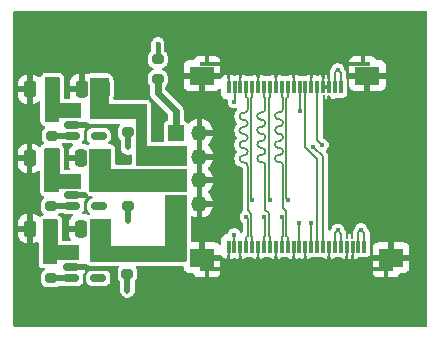
<source format=gtl>
G04 #@! TF.GenerationSoftware,KiCad,Pcbnew,9.0.0*
G04 #@! TF.CreationDate,2025-09-01T10:59:56+03:00*
G04 #@! TF.ProjectId,OV24-RV_V1.0,4f563234-2d52-4565-9f56-312e302e6b69,rev?*
G04 #@! TF.SameCoordinates,Original*
G04 #@! TF.FileFunction,Copper,L1,Top*
G04 #@! TF.FilePolarity,Positive*
%FSLAX46Y46*%
G04 Gerber Fmt 4.6, Leading zero omitted, Abs format (unit mm)*
G04 Created by KiCad (PCBNEW 9.0.0) date 2025-09-01 10:59:56*
%MOMM*%
%LPD*%
G01*
G04 APERTURE LIST*
G04 Aperture macros list*
%AMRoundRect*
0 Rectangle with rounded corners*
0 $1 Rounding radius*
0 $2 $3 $4 $5 $6 $7 $8 $9 X,Y pos of 4 corners*
0 Add a 4 corners polygon primitive as box body*
4,1,4,$2,$3,$4,$5,$6,$7,$8,$9,$2,$3,0*
0 Add four circle primitives for the rounded corners*
1,1,$1+$1,$2,$3*
1,1,$1+$1,$4,$5*
1,1,$1+$1,$6,$7*
1,1,$1+$1,$8,$9*
0 Add four rect primitives between the rounded corners*
20,1,$1+$1,$2,$3,$4,$5,0*
20,1,$1+$1,$4,$5,$6,$7,0*
20,1,$1+$1,$6,$7,$8,$9,0*
20,1,$1+$1,$8,$9,$2,$3,0*%
G04 Aperture macros list end*
G04 #@! TA.AperFunction,SMDPad,CuDef*
%ADD10R,2.100000X1.600000*%
G04 #@! TD*
G04 #@! TA.AperFunction,SMDPad,CuDef*
%ADD11R,1.300000X0.350000*%
G04 #@! TD*
G04 #@! TA.AperFunction,SMDPad,CuDef*
%ADD12R,0.300000X1.100000*%
G04 #@! TD*
G04 #@! TA.AperFunction,SMDPad,CuDef*
%ADD13RoundRect,0.200000X-0.275000X0.200000X-0.275000X-0.200000X0.275000X-0.200000X0.275000X0.200000X0*%
G04 #@! TD*
G04 #@! TA.AperFunction,SMDPad,CuDef*
%ADD14RoundRect,0.150000X-0.512500X-0.150000X0.512500X-0.150000X0.512500X0.150000X-0.512500X0.150000X0*%
G04 #@! TD*
G04 #@! TA.AperFunction,SMDPad,CuDef*
%ADD15RoundRect,0.250000X0.250000X0.475000X-0.250000X0.475000X-0.250000X-0.475000X0.250000X-0.475000X0*%
G04 #@! TD*
G04 #@! TA.AperFunction,ComponentPad*
%ADD16R,1.350000X1.350000*%
G04 #@! TD*
G04 #@! TA.AperFunction,ComponentPad*
%ADD17O,1.350000X1.350000*%
G04 #@! TD*
G04 #@! TA.AperFunction,SMDPad,CuDef*
%ADD18RoundRect,0.200000X0.275000X-0.200000X0.275000X0.200000X-0.275000X0.200000X-0.275000X-0.200000X0*%
G04 #@! TD*
G04 #@! TA.AperFunction,ViaPad*
%ADD19C,0.400000*%
G04 #@! TD*
G04 #@! TA.AperFunction,ViaPad*
%ADD20C,0.508000*%
G04 #@! TD*
G04 #@! TA.AperFunction,ViaPad*
%ADD21C,0.500000*%
G04 #@! TD*
G04 #@! TA.AperFunction,Conductor*
%ADD22C,0.200000*%
G04 #@! TD*
G04 #@! TA.AperFunction,Conductor*
%ADD23C,0.600000*%
G04 #@! TD*
G04 #@! TA.AperFunction,Conductor*
%ADD24C,0.381000*%
G04 #@! TD*
G04 #@! TA.AperFunction,Conductor*
%ADD25C,0.152400*%
G04 #@! TD*
G04 #@! TA.AperFunction,Conductor*
%ADD26C,0.508000*%
G04 #@! TD*
G04 APERTURE END LIST*
D10*
X85793750Y-80866250D03*
D11*
X85393750Y-81841250D03*
X70193750Y-81841250D03*
D10*
X69793750Y-80866250D03*
D12*
X83543750Y-79916250D03*
X83043750Y-79916250D03*
X82543750Y-79916250D03*
X82043750Y-79916250D03*
X81543750Y-79916250D03*
X81043750Y-79916250D03*
X80543750Y-79916250D03*
X80043750Y-79916250D03*
X79543750Y-79916250D03*
X79043750Y-79916250D03*
X78543750Y-79916250D03*
X78043750Y-79916250D03*
X77543750Y-79916250D03*
X77043750Y-79916250D03*
X76543750Y-79916250D03*
X76043750Y-79916250D03*
X75543750Y-79916250D03*
X75043750Y-79916250D03*
X74543750Y-79916250D03*
X74043750Y-79916250D03*
X73543750Y-79916250D03*
X73043750Y-79916250D03*
X72543750Y-79916250D03*
X72043750Y-79916250D03*
X81553750Y-66399250D03*
X81053750Y-66399250D03*
X80553750Y-66399250D03*
X80053750Y-66399250D03*
X79553750Y-66399250D03*
X79053750Y-66399250D03*
X78553750Y-66399250D03*
X78053750Y-66399250D03*
X77553750Y-66399250D03*
X77053750Y-66399250D03*
X76553750Y-66399250D03*
X76053750Y-66399250D03*
X75553750Y-66399250D03*
X75053750Y-66399250D03*
X74553750Y-66399250D03*
X74053750Y-66399250D03*
X73553750Y-66399250D03*
X73053750Y-66399250D03*
X72553750Y-66399250D03*
X72053750Y-66399250D03*
D10*
X83803750Y-65449250D03*
D11*
X83403750Y-64474250D03*
X70203750Y-64474250D03*
D10*
X69803750Y-65449250D03*
D13*
X63513750Y-70241250D03*
X63513750Y-68591250D03*
X63513750Y-76491250D03*
X63513750Y-74841250D03*
D14*
X58786250Y-74601250D03*
X58786250Y-75551250D03*
X58786250Y-76501250D03*
X61061250Y-76501250D03*
X61061250Y-74601250D03*
D15*
X57103750Y-78401250D03*
X55203750Y-78401250D03*
D14*
X58736250Y-80711250D03*
X58736250Y-81661250D03*
X58736250Y-82611250D03*
X61011250Y-82611250D03*
X61011250Y-80711250D03*
D15*
X57092500Y-72446250D03*
X55192500Y-72446250D03*
X61503750Y-66541250D03*
X59603750Y-66541250D03*
D16*
X67583750Y-70301250D03*
D17*
X69583750Y-70301250D03*
X67583750Y-72301250D03*
X69583750Y-72301250D03*
X67583750Y-74301250D03*
X69583750Y-74301250D03*
X67583750Y-76301250D03*
X69583750Y-76301250D03*
D14*
X58772500Y-68636250D03*
X58772500Y-69586250D03*
X58772500Y-70536250D03*
X61047500Y-70536250D03*
X61047500Y-68636250D03*
D15*
X61412500Y-72446250D03*
X59512500Y-72446250D03*
D18*
X66053750Y-65716250D03*
X66053750Y-64066250D03*
D13*
X57013750Y-74846250D03*
X57013750Y-76496250D03*
X57057500Y-68881250D03*
X57057500Y-70531250D03*
X63483750Y-80558750D03*
X63483750Y-82208750D03*
X57003750Y-80966250D03*
X57003750Y-82616250D03*
D15*
X61443750Y-78411250D03*
X59543750Y-78411250D03*
X57103750Y-66601250D03*
X55203750Y-66601250D03*
D19*
X79043750Y-77931250D03*
X79973750Y-71311250D03*
X81283750Y-64941250D03*
X82303750Y-81231250D03*
X80553750Y-80961250D03*
X78553750Y-81031250D03*
X77543750Y-81031250D03*
X76053750Y-81031250D03*
X74543750Y-81031250D03*
X73043750Y-81031250D03*
X72033750Y-81041250D03*
X80303750Y-64921250D03*
X79053750Y-64941250D03*
X77553750Y-64941250D03*
X76043750Y-64931250D03*
X74563750Y-64931250D03*
X73053750Y-64931250D03*
X72053750Y-64941250D03*
X72533750Y-78911250D03*
X83253750Y-78481250D03*
X81283750Y-78551250D03*
X79223750Y-71451250D03*
X78053750Y-68471250D03*
X74067250Y-75991250D03*
X73530250Y-77401250D03*
X72543750Y-67671250D03*
X78043750Y-77941250D03*
X76530250Y-77391250D03*
X77067250Y-75951250D03*
X75567250Y-75971250D03*
X75030250Y-77441250D03*
D20*
X63513750Y-77711250D03*
X63513750Y-71526250D03*
X63483750Y-83653750D03*
D19*
X66053750Y-62731250D03*
D21*
X58833750Y-78411250D03*
X59923750Y-75551250D03*
X59937500Y-69586250D03*
X58633750Y-66541250D03*
X58462500Y-72446250D03*
X59913750Y-81681250D03*
D19*
X56673750Y-80151250D03*
X57392500Y-74046250D03*
X56823750Y-68081250D03*
X56792500Y-74076250D03*
X57273750Y-80121250D03*
X57423750Y-68051250D03*
D22*
X80543750Y-80951250D02*
X80543750Y-79916250D01*
X80553750Y-80961250D02*
X80543750Y-80951250D01*
D23*
X66053750Y-66921250D02*
X66053750Y-65716250D01*
X67583750Y-68451250D02*
X66053750Y-66921250D01*
X67583750Y-70301250D02*
X67583750Y-68451250D01*
D22*
X81553750Y-65211250D02*
X81553750Y-66399250D01*
X81283750Y-64941250D02*
X81553750Y-65211250D01*
X81053750Y-65171250D02*
X81053750Y-66399250D01*
X81283750Y-64941250D02*
X81053750Y-65171250D01*
X79043750Y-79916250D02*
X79043750Y-77931250D01*
X79553750Y-70891250D02*
X79973750Y-71311250D01*
X79553750Y-66399250D02*
X79553750Y-70891250D01*
X80553750Y-66399250D02*
X80553750Y-65171250D01*
X80553750Y-65171250D02*
X80303750Y-64921250D01*
X80053750Y-65171250D02*
X80303750Y-64921250D01*
X80053750Y-66399250D02*
X80053750Y-65171250D01*
D24*
X66053750Y-62731250D02*
X66053750Y-64066250D01*
D22*
X82543750Y-80991250D02*
X82303750Y-81231250D01*
X82543750Y-79916250D02*
X82543750Y-80991250D01*
X82043750Y-80961250D02*
X82043750Y-79916250D01*
X82303750Y-81221250D02*
X82043750Y-80961250D01*
X82303750Y-81231250D02*
X82303750Y-81221250D01*
X78543750Y-81021250D02*
X78553750Y-81031250D01*
X78543750Y-79916250D02*
X78543750Y-81021250D01*
X77543750Y-79916250D02*
X77543750Y-81031250D01*
X76043750Y-81021250D02*
X76053750Y-81031250D01*
X76043750Y-79916250D02*
X76043750Y-81021250D01*
X74543750Y-79916250D02*
X74543750Y-81031250D01*
X73043750Y-79916250D02*
X73043750Y-81031250D01*
X72043750Y-81031250D02*
X72033750Y-81041250D01*
X72043750Y-79916250D02*
X72043750Y-81031250D01*
X79053750Y-66399250D02*
X79053750Y-64941250D01*
X77553750Y-66399250D02*
X77553750Y-64941250D01*
X76053750Y-64941250D02*
X76043750Y-64931250D01*
X76053750Y-66399250D02*
X76053750Y-64941250D01*
X74553750Y-64941250D02*
X74563750Y-64931250D01*
X74553750Y-66399250D02*
X74553750Y-64941250D01*
X73053750Y-66399250D02*
X73053750Y-64931250D01*
X72053750Y-66399250D02*
X72053750Y-64941250D01*
X72543750Y-78921250D02*
X72533750Y-78911250D01*
X72543750Y-79916250D02*
X72543750Y-78921250D01*
X83543750Y-78771250D02*
X83253750Y-78481250D01*
X83543750Y-79916250D02*
X83543750Y-78771250D01*
X83043750Y-78691250D02*
X83253750Y-78481250D01*
X83043750Y-79916250D02*
X83043750Y-78691250D01*
X81043750Y-78791250D02*
X81283750Y-78551250D01*
X81043750Y-79916250D02*
X81043750Y-78791250D01*
X81543750Y-78811250D02*
X81283750Y-78551250D01*
X81543750Y-79916250D02*
X81543750Y-78811250D01*
X79543750Y-72481250D02*
X79543750Y-79916250D01*
X78553750Y-71491250D02*
X79543750Y-72481250D01*
X78553750Y-66399250D02*
X78553750Y-71491250D01*
X78053750Y-68471250D02*
X78053750Y-66399250D01*
X80043750Y-79916250D02*
X80043750Y-72271250D01*
X80043750Y-72271250D02*
X79223750Y-71451250D01*
D25*
X77053750Y-67224251D02*
X77053750Y-66399250D01*
X76943450Y-67334551D02*
X77053750Y-67224251D01*
X76943450Y-75827450D02*
X76943450Y-67334551D01*
X77067250Y-75951250D02*
X76943450Y-75827450D01*
X76933450Y-78980949D02*
X77043750Y-79091249D01*
X77043750Y-79091249D02*
X77043750Y-79916250D01*
X76933450Y-76920950D02*
X76933450Y-78980949D01*
X76664050Y-76651550D02*
X76933450Y-76920950D01*
X76664050Y-73413020D02*
X76664050Y-76651550D01*
X76543750Y-79091249D02*
X76543750Y-79916250D01*
X76654050Y-77515050D02*
X76654050Y-78980949D01*
X76530250Y-77391250D02*
X76654050Y-77515050D01*
X76654050Y-78980949D02*
X76543750Y-79091249D01*
X75443450Y-67334551D02*
X75553750Y-67224251D01*
X75443450Y-75847450D02*
X75443450Y-67334551D01*
X75567250Y-75971250D02*
X75443450Y-75847450D01*
X75553750Y-67224251D02*
X75553750Y-66399250D01*
X75433450Y-78980949D02*
X75543750Y-79091249D01*
X75433450Y-77060950D02*
X75433450Y-78980949D01*
X75164050Y-76791550D02*
X75433450Y-77060950D01*
X75164050Y-73084259D02*
X75164050Y-76791550D01*
X75543750Y-79091249D02*
X75543750Y-79916250D01*
X75154050Y-78980949D02*
X75043750Y-79091249D01*
X75043750Y-79091249D02*
X75043750Y-79916250D01*
X75154050Y-77565050D02*
X75154050Y-78980949D01*
X75030250Y-77441250D02*
X75154050Y-77565050D01*
X74053750Y-67224251D02*
X74053750Y-66399250D01*
X73943450Y-67334551D02*
X74053750Y-67224251D01*
X73943450Y-75867450D02*
X73943450Y-67334551D01*
X74067250Y-75991250D02*
X73943450Y-75867450D01*
X74043750Y-79091249D02*
X74043750Y-79916250D01*
X73933450Y-77120950D02*
X73933450Y-78980949D01*
X73664050Y-76851550D02*
X73933450Y-77120950D01*
X73933450Y-78980949D02*
X74043750Y-79091249D01*
X73664050Y-73113472D02*
X73664050Y-76851550D01*
X73543750Y-79091249D02*
X73543750Y-79916250D01*
X73530250Y-77401250D02*
X73654050Y-77525050D01*
X73654050Y-77525050D02*
X73654050Y-78980949D01*
X73654050Y-78980949D02*
X73543750Y-79091249D01*
D22*
X72553750Y-67661250D02*
X72543750Y-67671250D01*
X72553750Y-66399250D02*
X72553750Y-67661250D01*
X78043750Y-79916250D02*
X78043750Y-77941250D01*
D25*
X75971121Y-72448478D02*
G75*
G03*
X76271121Y-72748479I299979J-22D01*
G01*
X76664050Y-69448478D02*
G75*
G02*
X76364050Y-69748550I-300050J-22D01*
G01*
X76271137Y-70948478D02*
G75*
G03*
X75971078Y-71248478I-37J-300022D01*
G01*
X76664050Y-71848478D02*
G75*
G02*
X76364050Y-72148550I-300050J-22D01*
G01*
X75971137Y-70048478D02*
G75*
G03*
X76271137Y-70348463I299963J-22D01*
G01*
X75971137Y-68848478D02*
G75*
G03*
X76271137Y-69148463I299963J-22D01*
G01*
X76271137Y-68548478D02*
G75*
G03*
X75971078Y-68848478I-37J-300022D01*
G01*
X76271121Y-72148478D02*
G75*
G03*
X75971078Y-72448478I-21J-300022D01*
G01*
X76271137Y-69748478D02*
G75*
G03*
X75971078Y-70048478I-37J-300022D01*
G01*
X75971137Y-71248478D02*
G75*
G03*
X76271137Y-71548463I299963J-22D01*
G01*
X76364050Y-69148478D02*
G75*
G02*
X76664022Y-69448478I-50J-300022D01*
G01*
X76664050Y-68248478D02*
G75*
G02*
X76364050Y-68548550I-300050J-22D01*
G01*
X76364050Y-72748478D02*
G75*
G02*
X76664022Y-73048478I-50J-300022D01*
G01*
X76364050Y-71548478D02*
G75*
G02*
X76664022Y-71848478I-50J-300022D01*
G01*
X76664050Y-70648478D02*
G75*
G02*
X76364050Y-70948550I-300050J-22D01*
G01*
X76364050Y-70348478D02*
G75*
G02*
X76664022Y-70648478I-50J-300022D01*
G01*
X76271137Y-70348478D02*
X76364050Y-70348478D01*
X76271137Y-69148478D02*
X76364050Y-69148478D01*
X76364050Y-68548478D02*
X76271137Y-68548478D01*
X76664050Y-67334551D02*
X76664050Y-68248478D01*
X76271137Y-71548478D02*
X76364050Y-71548478D01*
X76364050Y-72148478D02*
X76271121Y-72148478D01*
X76553750Y-67224251D02*
X76664050Y-67334551D01*
X76553750Y-66399250D02*
X76553750Y-67224251D01*
X76364050Y-70948478D02*
X76271137Y-70948478D01*
X76664050Y-73048478D02*
X76664050Y-73413020D01*
X76271121Y-72748478D02*
X76364050Y-72748478D01*
X76364050Y-69748478D02*
X76271137Y-69748478D01*
X75164050Y-71860433D02*
G75*
G02*
X74864050Y-72160450I-300050J33D01*
G01*
X75164050Y-68260433D02*
G75*
G02*
X74864050Y-68560450I-300050J33D01*
G01*
X75164050Y-70660433D02*
G75*
G02*
X74864050Y-70960450I-300050J33D01*
G01*
X74771045Y-69760433D02*
G75*
G03*
X74471033Y-70060433I-45J-299967D01*
G01*
X74471040Y-68860433D02*
G75*
G03*
X74771040Y-69160360I299960J33D01*
G01*
X74864050Y-72760433D02*
G75*
G02*
X75163967Y-73060433I-50J-299967D01*
G01*
X74864050Y-69160433D02*
G75*
G02*
X75163967Y-69460433I-50J-299967D01*
G01*
X74864050Y-70360433D02*
G75*
G02*
X75163967Y-70660433I-50J-299967D01*
G01*
X74864050Y-71560433D02*
G75*
G02*
X75163967Y-71860433I-50J-299967D01*
G01*
X74471050Y-72460433D02*
G75*
G03*
X74771050Y-72760450I300050J33D01*
G01*
X74771050Y-72160433D02*
G75*
G03*
X74471133Y-72460433I50J-299967D01*
G01*
X74471048Y-71260433D02*
G75*
G03*
X74771048Y-71560352I299952J33D01*
G01*
X74471045Y-70060433D02*
G75*
G03*
X74771045Y-70360355I299955J33D01*
G01*
X74771048Y-70960433D02*
G75*
G03*
X74471033Y-71260433I-48J-299967D01*
G01*
X75164050Y-69460433D02*
G75*
G02*
X74864050Y-69760450I-300050J33D01*
G01*
X74771040Y-68560433D02*
G75*
G03*
X74471033Y-68860433I-40J-299967D01*
G01*
X74771045Y-70360433D02*
X74864050Y-70360433D01*
X74771048Y-71560433D02*
X74864050Y-71560433D01*
X74771040Y-69160433D02*
X74864050Y-69160433D01*
X75164050Y-67334551D02*
X75164050Y-68260433D01*
X75164050Y-73060433D02*
X75164050Y-73084259D01*
X74864050Y-72160433D02*
X74771050Y-72160433D01*
X74864050Y-68560433D02*
X74771040Y-68560433D01*
X74864050Y-69760433D02*
X74771045Y-69760433D01*
X74771050Y-72760433D02*
X74864050Y-72760433D01*
X75053750Y-66399250D02*
X75053750Y-67224251D01*
X75053750Y-67224251D02*
X75164050Y-67334551D01*
X74864050Y-70960433D02*
X74771048Y-70960433D01*
X73364050Y-68589647D02*
X73271024Y-68589647D01*
X73553750Y-66399250D02*
X73553750Y-67224251D01*
X73664050Y-73089647D02*
X73664050Y-73113472D01*
X73553750Y-67224251D02*
X73664050Y-67334551D01*
X73271024Y-71589647D02*
X73364050Y-71589647D01*
X73271024Y-70389647D02*
X73364050Y-70389647D01*
X73364050Y-69789647D02*
X73271024Y-69789647D01*
X73271024Y-69189647D02*
X73364050Y-69189647D01*
X73364050Y-72189647D02*
X73271024Y-72189647D01*
X73664050Y-67334551D02*
X73664050Y-68289647D01*
X73364050Y-70989647D02*
X73271024Y-70989647D01*
X73271024Y-72789647D02*
X73364050Y-72789647D01*
X73364050Y-72789647D02*
G75*
G02*
X73663953Y-73089647I-50J-299953D01*
G01*
X73271024Y-68589647D02*
G75*
G03*
X72971047Y-68889647I-24J-299953D01*
G01*
X73271024Y-72189647D02*
G75*
G03*
X72971047Y-72489647I-24J-299953D01*
G01*
X73271024Y-69789647D02*
G75*
G03*
X72971047Y-70089647I-24J-299953D01*
G01*
X73271024Y-70989647D02*
G75*
G03*
X72971047Y-71289647I-24J-299953D01*
G01*
X72971024Y-72489647D02*
G75*
G03*
X73271024Y-72789576I299976J47D01*
G01*
X73664050Y-71889647D02*
G75*
G02*
X73364050Y-72189650I-300050J47D01*
G01*
X73364050Y-70389647D02*
G75*
G02*
X73663953Y-70689647I-50J-299953D01*
G01*
X73664050Y-69489647D02*
G75*
G02*
X73364050Y-69789650I-300050J47D01*
G01*
X73664050Y-68289647D02*
G75*
G02*
X73364050Y-68589650I-300050J47D01*
G01*
X72971024Y-70089647D02*
G75*
G03*
X73271024Y-70389576I299976J47D01*
G01*
X72971024Y-68889647D02*
G75*
G03*
X73271024Y-69189576I299976J47D01*
G01*
X73364050Y-71589647D02*
G75*
G02*
X73663953Y-71889647I-50J-299953D01*
G01*
X73364050Y-69189647D02*
G75*
G02*
X73663953Y-69489647I-50J-299953D01*
G01*
X72971024Y-71289647D02*
G75*
G03*
X73271024Y-71589576I299976J47D01*
G01*
X73664050Y-70689647D02*
G75*
G02*
X73364050Y-70989650I-300050J47D01*
G01*
D26*
X63513750Y-76491250D02*
X63513750Y-77711250D01*
X63513750Y-70241250D02*
X63513750Y-71526250D01*
X63483750Y-82208750D02*
X63483750Y-83653750D01*
X58723750Y-78411250D02*
X59543750Y-78411250D01*
X59512500Y-72446250D02*
X58462500Y-72446250D01*
X59937500Y-69586250D02*
X58772500Y-69586250D01*
X59923750Y-75551250D02*
X58786250Y-75551250D01*
X58756250Y-81681250D02*
X58736250Y-81661250D01*
X58633750Y-66541250D02*
X59603750Y-66541250D01*
X59913750Y-81681250D02*
X58756250Y-81681250D01*
X58781250Y-76496250D02*
X58786250Y-76501250D01*
X57013750Y-76496250D02*
X58781250Y-76496250D01*
X57057500Y-70531250D02*
X58767500Y-70531250D01*
X58767500Y-70531250D02*
X58772500Y-70536250D01*
X58731250Y-82616250D02*
X58736250Y-82611250D01*
X57003750Y-82616250D02*
X58731250Y-82616250D01*
G04 #@! TA.AperFunction,Conductor*
G36*
X57579398Y-77635602D02*
G01*
X57593750Y-77670250D01*
X57593750Y-79821250D01*
X59374750Y-79821250D01*
X59409398Y-79835602D01*
X59423750Y-79870250D01*
X59423750Y-81002250D01*
X59409398Y-81036898D01*
X59374750Y-81051250D01*
X57513750Y-81051250D01*
X57513750Y-81332250D01*
X57499398Y-81366898D01*
X57464750Y-81381250D01*
X56362750Y-81381250D01*
X56328102Y-81366898D01*
X56313750Y-81332250D01*
X56313750Y-77670250D01*
X56328102Y-77635602D01*
X56362750Y-77621250D01*
X57544750Y-77621250D01*
X57579398Y-77635602D01*
G37*
G04 #@! TD.AperFunction*
G04 #@! TA.AperFunction,Conductor*
G36*
X57718148Y-71590602D02*
G01*
X57732500Y-71625250D01*
X57732500Y-73776250D01*
X59513500Y-73776250D01*
X59548148Y-73790602D01*
X59562500Y-73825250D01*
X59562500Y-74957250D01*
X59548148Y-74991898D01*
X59513500Y-75006250D01*
X57652500Y-75006250D01*
X57652500Y-75287250D01*
X57638148Y-75321898D01*
X57603500Y-75336250D01*
X56501500Y-75336250D01*
X56466852Y-75321898D01*
X56452500Y-75287250D01*
X56452500Y-71625250D01*
X56466852Y-71590602D01*
X56501500Y-71576250D01*
X57683500Y-71576250D01*
X57718148Y-71590602D01*
G37*
G04 #@! TD.AperFunction*
G04 #@! TA.AperFunction,Conductor*
G36*
X57729398Y-65585602D02*
G01*
X57743750Y-65620250D01*
X57743750Y-67771250D01*
X59524750Y-67771250D01*
X59559398Y-67785602D01*
X59573750Y-67820250D01*
X59573750Y-68952250D01*
X59559398Y-68986898D01*
X59524750Y-69001250D01*
X57663750Y-69001250D01*
X57663750Y-69282250D01*
X57649398Y-69316898D01*
X57614750Y-69331250D01*
X56512750Y-69331250D01*
X56478102Y-69316898D01*
X56463750Y-69282250D01*
X56463750Y-65620250D01*
X56478102Y-65585602D01*
X56512750Y-65571250D01*
X57694750Y-65571250D01*
X57729398Y-65585602D01*
G37*
G04 #@! TD.AperFunction*
G04 #@! TA.AperFunction,Conductor*
G36*
X61879398Y-65625602D02*
G01*
X61893750Y-65660250D01*
X61893750Y-67821250D01*
X65054750Y-67821250D01*
X65089398Y-67835602D01*
X65103750Y-67870250D01*
X65103750Y-71391250D01*
X68484750Y-71391250D01*
X68519398Y-71405602D01*
X68533750Y-71440250D01*
X68533750Y-73022250D01*
X68519398Y-73056898D01*
X68484750Y-73071250D01*
X64242750Y-73071250D01*
X64208102Y-73056898D01*
X64193750Y-73022250D01*
X64193750Y-69151250D01*
X60352750Y-69151250D01*
X60318102Y-69136898D01*
X60303750Y-69102250D01*
X60303750Y-67078141D01*
X60303964Y-67073565D01*
X60304249Y-67070523D01*
X60304250Y-67070516D01*
X60304250Y-66011984D01*
X60303964Y-66008934D01*
X60303750Y-66004359D01*
X60303750Y-65660250D01*
X60318102Y-65625602D01*
X60352750Y-65611250D01*
X61844750Y-65611250D01*
X61879398Y-65625602D01*
G37*
G04 #@! TD.AperFunction*
G04 #@! TA.AperFunction,Conductor*
G36*
X62089398Y-71635602D02*
G01*
X62103750Y-71670250D01*
X62103750Y-73341250D01*
X68484750Y-73341250D01*
X68519398Y-73355602D01*
X68533750Y-73390250D01*
X68533750Y-75252250D01*
X68519398Y-75286898D01*
X68484750Y-75301250D01*
X60332515Y-75301250D01*
X60297867Y-75286898D01*
X60296465Y-75285438D01*
X60292792Y-75281448D01*
X60287441Y-75272180D01*
X60247372Y-75232111D01*
X60246700Y-75231381D01*
X60240565Y-75214647D01*
X60233750Y-75198193D01*
X60233750Y-71670250D01*
X60248102Y-71635602D01*
X60282750Y-71621250D01*
X62054750Y-71621250D01*
X62089398Y-71635602D01*
G37*
G04 #@! TD.AperFunction*
G04 #@! TA.AperFunction,Conductor*
G36*
X68479398Y-75535602D02*
G01*
X68493750Y-75570250D01*
X68493750Y-81132250D01*
X68479398Y-81166898D01*
X68444750Y-81181250D01*
X60352750Y-81181250D01*
X60318102Y-81166898D01*
X60303750Y-81132250D01*
X60303750Y-77660250D01*
X60318102Y-77625602D01*
X60352750Y-77611250D01*
X62064750Y-77611250D01*
X62099398Y-77625602D01*
X62113750Y-77660250D01*
X62113750Y-79891250D01*
X66663750Y-79891250D01*
X66663750Y-75570250D01*
X66678102Y-75535602D01*
X66712750Y-75521250D01*
X68444750Y-75521250D01*
X68479398Y-75535602D01*
G37*
G04 #@! TD.AperFunction*
G04 #@! TA.AperFunction,Conductor*
G36*
X58063446Y-77106991D02*
G01*
X58166267Y-77145341D01*
X58225877Y-77151750D01*
X58787900Y-77151749D01*
X58846090Y-77170656D01*
X58882054Y-77220156D01*
X58882054Y-77281342D01*
X58846090Y-77330842D01*
X58839873Y-77335008D01*
X58825413Y-77343927D01*
X58825410Y-77343929D01*
X58701430Y-77467909D01*
X58609393Y-77617125D01*
X58554243Y-77783556D01*
X58543750Y-77886262D01*
X58543750Y-78161249D01*
X58543751Y-78161250D01*
X59444750Y-78161250D01*
X59502941Y-78180157D01*
X59538905Y-78229657D01*
X59543750Y-78260250D01*
X59543750Y-78562250D01*
X59524843Y-78620441D01*
X59475343Y-78656405D01*
X59444750Y-78661250D01*
X58543752Y-78661250D01*
X58543751Y-78661251D01*
X58543751Y-78936236D01*
X58554242Y-79038937D01*
X58554245Y-79038949D01*
X58609392Y-79205372D01*
X58676874Y-79314777D01*
X58691330Y-79374231D01*
X58668080Y-79430826D01*
X58616004Y-79462947D01*
X58592613Y-79465750D01*
X58048250Y-79465750D01*
X57990059Y-79446843D01*
X57954095Y-79397343D01*
X57949250Y-79366750D01*
X57949250Y-78960078D01*
X57950097Y-78947156D01*
X57954250Y-78915611D01*
X57954249Y-77886890D01*
X57950097Y-77855349D01*
X57949250Y-77842428D01*
X57949250Y-77670234D01*
X57948567Y-77648226D01*
X57948567Y-77648218D01*
X57948566Y-77648214D01*
X57948566Y-77648211D01*
X57934438Y-77587151D01*
X57922188Y-77534203D01*
X57907836Y-77499555D01*
X57888489Y-77459980D01*
X57820953Y-77376813D01*
X57814718Y-77369135D01*
X57814717Y-77369134D01*
X57715447Y-77307165D01*
X57715445Y-77307164D01*
X57713120Y-77306201D01*
X57680797Y-77292812D01*
X57679558Y-77292343D01*
X57679444Y-77292252D01*
X57679379Y-77292225D01*
X57679386Y-77292205D01*
X57631824Y-77254067D01*
X57615705Y-77195043D01*
X57637357Y-77137817D01*
X57688511Y-77104247D01*
X57714593Y-77100750D01*
X58028852Y-77100750D01*
X58063446Y-77106991D01*
G37*
G04 #@! TD.AperFunction*
G04 #@! TA.AperFunction,Conductor*
G36*
X59850962Y-75309711D02*
G01*
X59877516Y-75316378D01*
X59879768Y-75319071D01*
X59883110Y-75320157D01*
X59916768Y-75363309D01*
X59918527Y-75367681D01*
X59921142Y-75374183D01*
X59921144Y-75374187D01*
X59975861Y-75457937D01*
X59985148Y-75472152D01*
X59985820Y-75472882D01*
X59994300Y-75481719D01*
X59995993Y-75483484D01*
X60016250Y-75503742D01*
X60026015Y-75515112D01*
X60031235Y-75522215D01*
X60031243Y-75522223D01*
X60034918Y-75526216D01*
X60039994Y-75531615D01*
X60041461Y-75533142D01*
X60062543Y-75553362D01*
X60062550Y-75553368D01*
X60161811Y-75615331D01*
X60161815Y-75615333D01*
X60161820Y-75615336D01*
X60196468Y-75629688D01*
X60217084Y-75637488D01*
X60332515Y-75656750D01*
X60458372Y-75656750D01*
X60516563Y-75675657D01*
X60552527Y-75725157D01*
X60552527Y-75786343D01*
X60516563Y-75835843D01*
X60468953Y-75854182D01*
X60464259Y-75854687D01*
X60441269Y-75857158D01*
X60441264Y-75857159D01*
X60306420Y-75907452D01*
X60191208Y-75993700D01*
X60191200Y-75993708D01*
X60104952Y-76108920D01*
X60054660Y-76243761D01*
X60054658Y-76243772D01*
X60048250Y-76303379D01*
X60048250Y-76699116D01*
X60048251Y-76699120D01*
X60054658Y-76758730D01*
X60054659Y-76758735D01*
X60104952Y-76893579D01*
X60155230Y-76960741D01*
X60191204Y-77008796D01*
X60298576Y-77089175D01*
X60306283Y-77094944D01*
X60317323Y-77110605D01*
X60331789Y-77123168D01*
X60334529Y-77135013D01*
X60341536Y-77144952D01*
X60341262Y-77164112D01*
X60345581Y-77182779D01*
X60340835Y-77193972D01*
X60340662Y-77206132D01*
X60329178Y-77221472D01*
X60321701Y-77239111D01*
X60311282Y-77245377D01*
X60303995Y-77255113D01*
X60269270Y-77270649D01*
X60217301Y-77282673D01*
X60156346Y-77277369D01*
X60143014Y-77270483D01*
X60112873Y-77251892D01*
X59946443Y-77196743D01*
X59843737Y-77186250D01*
X59716692Y-77186250D01*
X59658501Y-77167343D01*
X59622537Y-77117843D01*
X59622537Y-77056657D01*
X59652408Y-77014921D01*
X59651289Y-77013802D01*
X59656288Y-77008801D01*
X59656296Y-77008796D01*
X59742546Y-76893581D01*
X59746006Y-76884306D01*
X59779175Y-76795374D01*
X59792841Y-76758733D01*
X59799250Y-76699123D01*
X59799249Y-76303378D01*
X59792841Y-76243767D01*
X59789508Y-76234831D01*
X59783191Y-76217893D01*
X59780571Y-76156764D01*
X59805948Y-76113290D01*
X59816431Y-76102806D01*
X59816434Y-76102803D01*
X59900031Y-75961447D01*
X59945848Y-75803743D01*
X59945850Y-75803736D01*
X59946046Y-75801250D01*
X58885250Y-75801250D01*
X58827059Y-75782343D01*
X58791095Y-75732843D01*
X58786250Y-75702250D01*
X58786250Y-75460750D01*
X58805157Y-75402559D01*
X58854657Y-75366595D01*
X58885250Y-75361750D01*
X59513516Y-75361750D01*
X59527600Y-75361312D01*
X59535532Y-75361067D01*
X59535535Y-75361066D01*
X59535538Y-75361066D01*
X59573795Y-75352214D01*
X59649547Y-75334688D01*
X59684195Y-75320336D01*
X59702658Y-75311309D01*
X59746140Y-75301250D01*
X59824919Y-75301250D01*
X59850962Y-75309711D01*
G37*
G04 #@! TD.AperFunction*
G04 #@! TA.AperFunction,Conductor*
G36*
X69833750Y-75985564D02*
G01*
X69829356Y-75981170D01*
X69738144Y-75928509D01*
X69636411Y-75901250D01*
X69531089Y-75901250D01*
X69429356Y-75928509D01*
X69338144Y-75981170D01*
X69333750Y-75985564D01*
X69333750Y-74616936D01*
X69338144Y-74621330D01*
X69429356Y-74673991D01*
X69531089Y-74701250D01*
X69636411Y-74701250D01*
X69738144Y-74673991D01*
X69829356Y-74621330D01*
X69833750Y-74616936D01*
X69833750Y-75985564D01*
G37*
G04 #@! TD.AperFunction*
G04 #@! TA.AperFunction,Conductor*
G36*
X69833750Y-73985564D02*
G01*
X69829356Y-73981170D01*
X69738144Y-73928509D01*
X69636411Y-73901250D01*
X69531089Y-73901250D01*
X69429356Y-73928509D01*
X69338144Y-73981170D01*
X69333750Y-73985564D01*
X69333750Y-72616936D01*
X69338144Y-72621330D01*
X69429356Y-72673991D01*
X69531089Y-72701250D01*
X69636411Y-72701250D01*
X69738144Y-72673991D01*
X69829356Y-72621330D01*
X69833750Y-72616936D01*
X69833750Y-73985564D01*
G37*
G04 #@! TD.AperFunction*
G04 #@! TA.AperFunction,Conductor*
G36*
X58049696Y-71141991D02*
G01*
X58152517Y-71180341D01*
X58212127Y-71186750D01*
X58756650Y-71186749D01*
X58814840Y-71205656D01*
X58850804Y-71255156D01*
X58850804Y-71316342D01*
X58814840Y-71365842D01*
X58808623Y-71370008D01*
X58794163Y-71378927D01*
X58794160Y-71378929D01*
X58670180Y-71502909D01*
X58578143Y-71652125D01*
X58522993Y-71818556D01*
X58512500Y-71921262D01*
X58512500Y-72196249D01*
X58512501Y-72196250D01*
X59413500Y-72196250D01*
X59471691Y-72215157D01*
X59507655Y-72264657D01*
X59512500Y-72295250D01*
X59512500Y-72597250D01*
X59493593Y-72655441D01*
X59444093Y-72691405D01*
X59413500Y-72696250D01*
X58512502Y-72696250D01*
X58512501Y-72696251D01*
X58512501Y-72971236D01*
X58522992Y-73073937D01*
X58522995Y-73073949D01*
X58578143Y-73240374D01*
X58596279Y-73269778D01*
X58610735Y-73329232D01*
X58587484Y-73385827D01*
X58535408Y-73417947D01*
X58512018Y-73420750D01*
X58187000Y-73420750D01*
X58128809Y-73401843D01*
X58092845Y-73352343D01*
X58088000Y-73321750D01*
X58088000Y-71625234D01*
X58087317Y-71603226D01*
X58087317Y-71603218D01*
X58087316Y-71603214D01*
X58087316Y-71603211D01*
X58068927Y-71523735D01*
X58060938Y-71489203D01*
X58046586Y-71454555D01*
X58027239Y-71414980D01*
X57953467Y-71324134D01*
X57944809Y-71318729D01*
X57942484Y-71315960D01*
X57939044Y-71314843D01*
X57923002Y-71292764D01*
X57905460Y-71271876D01*
X57905206Y-71268269D01*
X57903080Y-71265343D01*
X57903080Y-71238054D01*
X57901165Y-71210841D01*
X57903080Y-71207773D01*
X57903080Y-71204157D01*
X57919118Y-71182082D01*
X57933566Y-71158939D01*
X57936918Y-71157582D01*
X57939044Y-71154657D01*
X57964995Y-71146225D01*
X57990287Y-71135994D01*
X57997235Y-71135750D01*
X58015102Y-71135750D01*
X58049696Y-71141991D01*
G37*
G04 #@! TD.AperFunction*
G04 #@! TA.AperFunction,Conductor*
G36*
X59970109Y-69336250D02*
G01*
X59975599Y-69336250D01*
X59975599Y-69336898D01*
X60019974Y-69342139D01*
X60055402Y-69369648D01*
X60082783Y-69403366D01*
X60182055Y-69465336D01*
X60216703Y-69479688D01*
X60237319Y-69487488D01*
X60352750Y-69506750D01*
X62753870Y-69506750D01*
X62812061Y-69525657D01*
X62848025Y-69575157D01*
X62848025Y-69636343D01*
X62832756Y-69665565D01*
X62754389Y-69768908D01*
X62754388Y-69768910D01*
X62754387Y-69768910D01*
X62698873Y-69909684D01*
X62688250Y-69998143D01*
X62688250Y-70484356D01*
X62698873Y-70572815D01*
X62754387Y-70713589D01*
X62754388Y-70713591D01*
X62754389Y-70713592D01*
X62845828Y-70834172D01*
X62845831Y-70834174D01*
X62870069Y-70852554D01*
X62905011Y-70902780D01*
X62909250Y-70931438D01*
X62909250Y-71605834D01*
X62950446Y-71759578D01*
X63030030Y-71897422D01*
X63142578Y-72009970D01*
X63280422Y-72089554D01*
X63434166Y-72130750D01*
X63434167Y-72130750D01*
X63593335Y-72130750D01*
X63593335Y-72130749D01*
X63713627Y-72098517D01*
X63774728Y-72101718D01*
X63822278Y-72140223D01*
X63838250Y-72194143D01*
X63838250Y-72886750D01*
X63819343Y-72944941D01*
X63769843Y-72980905D01*
X63739250Y-72985750D01*
X62558250Y-72985750D01*
X62500059Y-72966843D01*
X62464095Y-72917343D01*
X62459250Y-72886750D01*
X62459250Y-71670234D01*
X62458567Y-71648226D01*
X62458567Y-71648218D01*
X62458566Y-71648214D01*
X62458566Y-71648211D01*
X62444438Y-71587151D01*
X62432188Y-71534203D01*
X62417836Y-71499555D01*
X62398489Y-71459980D01*
X62361603Y-71414557D01*
X62324718Y-71369135D01*
X62324717Y-71369134D01*
X62225447Y-71307165D01*
X62225445Y-71307164D01*
X62218297Y-71304203D01*
X62190797Y-71292812D01*
X62179945Y-71288706D01*
X62170182Y-71285012D01*
X62054750Y-71265750D01*
X61918498Y-71265750D01*
X61860307Y-71246843D01*
X61824343Y-71197343D01*
X61824343Y-71136157D01*
X61859169Y-71087497D01*
X61886934Y-71066712D01*
X61917546Y-71043796D01*
X62003796Y-70928581D01*
X62028326Y-70862814D01*
X62054089Y-70793738D01*
X62054090Y-70793735D01*
X62054091Y-70793733D01*
X62060500Y-70734123D01*
X62060499Y-70338378D01*
X62054091Y-70278767D01*
X62044441Y-70252893D01*
X62003797Y-70143920D01*
X61917549Y-70028708D01*
X61917548Y-70028707D01*
X61917546Y-70028704D01*
X61914073Y-70026104D01*
X61802329Y-69942452D01*
X61667488Y-69892160D01*
X61667483Y-69892159D01*
X61667481Y-69892158D01*
X61667477Y-69892158D01*
X61636249Y-69888800D01*
X61607873Y-69885750D01*
X61607870Y-69885750D01*
X60487133Y-69885750D01*
X60487129Y-69885750D01*
X60487128Y-69885751D01*
X60479949Y-69886522D01*
X60427519Y-69892158D01*
X60427514Y-69892159D01*
X60292670Y-69942452D01*
X60177458Y-70028700D01*
X60177450Y-70028708D01*
X60091202Y-70143920D01*
X60040910Y-70278761D01*
X60040908Y-70278772D01*
X60034500Y-70338379D01*
X60034500Y-70734116D01*
X60034501Y-70734120D01*
X60040908Y-70793730D01*
X60040909Y-70793735D01*
X60091202Y-70928579D01*
X60177450Y-71043791D01*
X60177454Y-71043796D01*
X60177457Y-71043798D01*
X60177458Y-71043799D01*
X60253741Y-71100905D01*
X60264780Y-71116565D01*
X60279247Y-71129129D01*
X60281987Y-71140975D01*
X60288994Y-71150914D01*
X60288720Y-71170073D01*
X60293039Y-71188739D01*
X60288293Y-71199933D01*
X60288120Y-71212093D01*
X60276636Y-71227432D01*
X60269159Y-71245072D01*
X60258739Y-71251339D01*
X60251452Y-71261074D01*
X60216728Y-71276610D01*
X60144926Y-71293223D01*
X60087261Y-71288205D01*
X60087096Y-71288706D01*
X60084988Y-71288007D01*
X60083971Y-71287919D01*
X60081779Y-71286944D01*
X59915193Y-71231743D01*
X59812487Y-71221250D01*
X59702942Y-71221250D01*
X59644751Y-71202343D01*
X59608787Y-71152843D01*
X59608787Y-71091657D01*
X59638658Y-71049921D01*
X59637539Y-71048802D01*
X59642538Y-71043801D01*
X59642546Y-71043796D01*
X59728796Y-70928581D01*
X59753326Y-70862814D01*
X59779089Y-70793738D01*
X59779090Y-70793735D01*
X59779091Y-70793733D01*
X59785500Y-70734123D01*
X59785499Y-70338378D01*
X59779091Y-70278767D01*
X59769441Y-70252893D01*
X59766821Y-70191764D01*
X59792198Y-70148290D01*
X59802681Y-70137806D01*
X59802684Y-70137803D01*
X59886281Y-69996447D01*
X59932098Y-69838743D01*
X59932100Y-69838736D01*
X59932296Y-69836250D01*
X58871500Y-69836250D01*
X58813309Y-69817343D01*
X58777345Y-69767843D01*
X58772500Y-69737250D01*
X58772500Y-69455750D01*
X58791407Y-69397559D01*
X58840907Y-69361595D01*
X58871500Y-69356750D01*
X59524766Y-69356750D01*
X59538850Y-69356312D01*
X59546782Y-69356067D01*
X59546785Y-69356066D01*
X59546788Y-69356066D01*
X59621422Y-69338798D01*
X59643738Y-69336250D01*
X59956914Y-69336250D01*
X59959211Y-69334963D01*
X59970109Y-69336250D01*
G37*
G04 #@! TD.AperFunction*
G04 #@! TA.AperFunction,Conductor*
G36*
X69833750Y-71985564D02*
G01*
X69829356Y-71981170D01*
X69738144Y-71928509D01*
X69636411Y-71901250D01*
X69531089Y-71901250D01*
X69429356Y-71928509D01*
X69338144Y-71981170D01*
X69333750Y-71985564D01*
X69333750Y-70616936D01*
X69338144Y-70621330D01*
X69429356Y-70673991D01*
X69531089Y-70701250D01*
X69636411Y-70701250D01*
X69738144Y-70673991D01*
X69829356Y-70621330D01*
X69833750Y-70616936D01*
X69833750Y-71985564D01*
G37*
G04 #@! TD.AperFunction*
G04 #@! TA.AperFunction,Conductor*
G36*
X80499195Y-66250547D02*
G01*
X80542460Y-66293812D01*
X80553250Y-66338757D01*
X80553250Y-66459743D01*
X80534343Y-66517934D01*
X80484843Y-66553898D01*
X80423657Y-66553898D01*
X80416072Y-66549250D01*
X80190240Y-66549250D01*
X80183843Y-66553898D01*
X80175854Y-66553898D01*
X80168737Y-66557524D01*
X80145842Y-66553898D01*
X80122657Y-66553898D01*
X80116194Y-66549202D01*
X80108305Y-66547953D01*
X80091913Y-66531561D01*
X80073157Y-66517934D01*
X80070688Y-66510336D01*
X80065040Y-66504688D01*
X80054250Y-66459743D01*
X80054250Y-66338757D01*
X80073157Y-66280566D01*
X80122657Y-66244602D01*
X80183843Y-66244602D01*
X80191428Y-66249250D01*
X80422524Y-66249250D01*
X80438763Y-66240976D01*
X80499195Y-66250547D01*
G37*
G04 #@! TD.AperFunction*
G04 #@! TA.AperFunction,Conductor*
G36*
X88812441Y-59970657D02*
G01*
X88848405Y-60020157D01*
X88853250Y-60050750D01*
X88853250Y-86621750D01*
X88834343Y-86679941D01*
X88784843Y-86715905D01*
X88754250Y-86720750D01*
X53935750Y-86720750D01*
X53877559Y-86701843D01*
X53841595Y-86652343D01*
X53836750Y-86621750D01*
X53836750Y-78651251D01*
X54203751Y-78651251D01*
X54203751Y-78926236D01*
X54214242Y-79028937D01*
X54214245Y-79028949D01*
X54269393Y-79195374D01*
X54361430Y-79344590D01*
X54485409Y-79468569D01*
X54634625Y-79560606D01*
X54801056Y-79615756D01*
X54903763Y-79626249D01*
X54953750Y-79626248D01*
X54953750Y-78651251D01*
X54953749Y-78651250D01*
X54203752Y-78651250D01*
X54203751Y-78651251D01*
X53836750Y-78651251D01*
X53836750Y-77876262D01*
X54203750Y-77876262D01*
X54203750Y-78151249D01*
X54203751Y-78151250D01*
X54953749Y-78151250D01*
X54953750Y-78151249D01*
X54953750Y-77176249D01*
X54903765Y-77176250D01*
X54903762Y-77176251D01*
X54801062Y-77186742D01*
X54801050Y-77186745D01*
X54634625Y-77241893D01*
X54485409Y-77333930D01*
X54361430Y-77457909D01*
X54269393Y-77607125D01*
X54214243Y-77773556D01*
X54203750Y-77876262D01*
X53836750Y-77876262D01*
X53836750Y-72696251D01*
X54192501Y-72696251D01*
X54192501Y-72971236D01*
X54202992Y-73073937D01*
X54202995Y-73073949D01*
X54258143Y-73240374D01*
X54350180Y-73389590D01*
X54474159Y-73513569D01*
X54623375Y-73605606D01*
X54789806Y-73660756D01*
X54892513Y-73671249D01*
X54942500Y-73671248D01*
X54942500Y-72696251D01*
X54942499Y-72696250D01*
X54192502Y-72696250D01*
X54192501Y-72696251D01*
X53836750Y-72696251D01*
X53836750Y-71921262D01*
X54192500Y-71921262D01*
X54192500Y-72196249D01*
X54192501Y-72196250D01*
X54942499Y-72196250D01*
X54942500Y-72196249D01*
X54942500Y-71221251D01*
X55442500Y-71221251D01*
X55442500Y-73671248D01*
X55442501Y-73671249D01*
X55492486Y-73671249D01*
X55595187Y-73660757D01*
X55595199Y-73660754D01*
X55761624Y-73605606D01*
X55910840Y-73513569D01*
X55927996Y-73496414D01*
X55982513Y-73468637D01*
X56042945Y-73478208D01*
X56086210Y-73521473D01*
X56097000Y-73566418D01*
X56097000Y-75287265D01*
X56097682Y-75309273D01*
X56097683Y-75309288D01*
X56124062Y-75423298D01*
X56124063Y-75423300D01*
X56138410Y-75457937D01*
X56157761Y-75497520D01*
X56203112Y-75553368D01*
X56231533Y-75588366D01*
X56330805Y-75650336D01*
X56365453Y-75664688D01*
X56386069Y-75672488D01*
X56386082Y-75672490D01*
X56386110Y-75672498D01*
X56386129Y-75672510D01*
X56390618Y-75674209D01*
X56390245Y-75675193D01*
X56437370Y-75705906D01*
X56459204Y-75763063D01*
X56443271Y-75822138D01*
X56420151Y-75846966D01*
X56345833Y-75903323D01*
X56345825Y-75903331D01*
X56254390Y-76023906D01*
X56254387Y-76023910D01*
X56198873Y-76164684D01*
X56188250Y-76253143D01*
X56188250Y-76739356D01*
X56198873Y-76827815D01*
X56254387Y-76968589D01*
X56254388Y-76968591D01*
X56254389Y-76968592D01*
X56345828Y-77089172D01*
X56345832Y-77089175D01*
X56355346Y-77096390D01*
X56390288Y-77146616D01*
X56389034Y-77207789D01*
X56352063Y-77256541D01*
X56317842Y-77271725D01*
X56226701Y-77292812D01*
X56226699Y-77292813D01*
X56192062Y-77307160D01*
X56152479Y-77326511D01*
X56090535Y-77376813D01*
X56033444Y-77398817D01*
X55974322Y-77383062D01*
X55958124Y-77369964D01*
X55922090Y-77333930D01*
X55772874Y-77241893D01*
X55606443Y-77186743D01*
X55503737Y-77176250D01*
X55453751Y-77176250D01*
X55453750Y-77176251D01*
X55453750Y-79626248D01*
X55453751Y-79626249D01*
X55503736Y-79626249D01*
X55606437Y-79615757D01*
X55606449Y-79615754D01*
X55772875Y-79560606D01*
X55807277Y-79539387D01*
X55866730Y-79524930D01*
X55923326Y-79548180D01*
X55955447Y-79600255D01*
X55958250Y-79623647D01*
X55958250Y-81332265D01*
X55958932Y-81354273D01*
X55958933Y-81354288D01*
X55985312Y-81468298D01*
X55985313Y-81468300D01*
X55999660Y-81502937D01*
X56019011Y-81542520D01*
X56069875Y-81605157D01*
X56092783Y-81633366D01*
X56192055Y-81695336D01*
X56226703Y-81709688D01*
X56247319Y-81717488D01*
X56362750Y-81736750D01*
X56430339Y-81736750D01*
X56488530Y-81755657D01*
X56524494Y-81805157D01*
X56524494Y-81866343D01*
X56488530Y-81915843D01*
X56466661Y-81927845D01*
X56456408Y-81931889D01*
X56456407Y-81931889D01*
X56456406Y-81931890D01*
X56335831Y-82023325D01*
X56335825Y-82023331D01*
X56244390Y-82143906D01*
X56244387Y-82143910D01*
X56188873Y-82284684D01*
X56178250Y-82373143D01*
X56178250Y-82859356D01*
X56188873Y-82947815D01*
X56244387Y-83088589D01*
X56244388Y-83088591D01*
X56244389Y-83088592D01*
X56335828Y-83209172D01*
X56456408Y-83300611D01*
X56456409Y-83300611D01*
X56456410Y-83300612D01*
X56526797Y-83328369D01*
X56597186Y-83356127D01*
X56685648Y-83366750D01*
X56685650Y-83366750D01*
X57321850Y-83366750D01*
X57321852Y-83366750D01*
X57410314Y-83356127D01*
X57551092Y-83300611D01*
X57610789Y-83255341D01*
X57629878Y-83240866D01*
X57687669Y-83220771D01*
X57689697Y-83220750D01*
X58005663Y-83220750D01*
X58040259Y-83226992D01*
X58116261Y-83255339D01*
X58116262Y-83255339D01*
X58116267Y-83255341D01*
X58175877Y-83261750D01*
X59296622Y-83261749D01*
X59356233Y-83255341D01*
X59448920Y-83220771D01*
X59491079Y-83205047D01*
X59491079Y-83205046D01*
X59491081Y-83205046D01*
X59606296Y-83118796D01*
X59692546Y-83003581D01*
X59742841Y-82868733D01*
X59749250Y-82809123D01*
X59749249Y-82413379D01*
X59998250Y-82413379D01*
X59998250Y-82809116D01*
X59998251Y-82809120D01*
X60004658Y-82868730D01*
X60004659Y-82868735D01*
X60054952Y-83003579D01*
X60118591Y-83088589D01*
X60141204Y-83118796D01*
X60141207Y-83118798D01*
X60141208Y-83118799D01*
X60256420Y-83205047D01*
X60391261Y-83255339D01*
X60391262Y-83255339D01*
X60391267Y-83255341D01*
X60450877Y-83261750D01*
X61571622Y-83261749D01*
X61631233Y-83255341D01*
X61723920Y-83220771D01*
X61766079Y-83205047D01*
X61766079Y-83205046D01*
X61766081Y-83205046D01*
X61881296Y-83118796D01*
X61967546Y-83003581D01*
X62017841Y-82868733D01*
X62024250Y-82809123D01*
X62024249Y-82413378D01*
X62017841Y-82353767D01*
X62008191Y-82327893D01*
X61967547Y-82218920D01*
X61881299Y-82103708D01*
X61881298Y-82103707D01*
X61881296Y-82103704D01*
X61881291Y-82103700D01*
X61766079Y-82017452D01*
X61631238Y-81967160D01*
X61631233Y-81967159D01*
X61631231Y-81967158D01*
X61631227Y-81967158D01*
X61599999Y-81963800D01*
X61571623Y-81960750D01*
X61571620Y-81960750D01*
X60450883Y-81960750D01*
X60450879Y-81960750D01*
X60450878Y-81960751D01*
X60443699Y-81961522D01*
X60391269Y-81967158D01*
X60391264Y-81967159D01*
X60256420Y-82017452D01*
X60141208Y-82103700D01*
X60141200Y-82103708D01*
X60054952Y-82218920D01*
X60004660Y-82353761D01*
X60004658Y-82353772D01*
X59998250Y-82413379D01*
X59749249Y-82413379D01*
X59749249Y-82413378D01*
X59742841Y-82353767D01*
X59733191Y-82327893D01*
X59730571Y-82266764D01*
X59755948Y-82223290D01*
X59766431Y-82212806D01*
X59766434Y-82212803D01*
X59850031Y-82071447D01*
X59895848Y-81913743D01*
X59895850Y-81913736D01*
X59896046Y-81911250D01*
X58835250Y-81911250D01*
X58777059Y-81892343D01*
X58741095Y-81842843D01*
X58736250Y-81812250D01*
X58736250Y-81510250D01*
X58755157Y-81452059D01*
X58804657Y-81416095D01*
X58835250Y-81411250D01*
X59896046Y-81411250D01*
X59908355Y-81397935D01*
X59961739Y-81368039D01*
X60022500Y-81375231D01*
X60057904Y-81402729D01*
X60064823Y-81411250D01*
X60082783Y-81433366D01*
X60182055Y-81495336D01*
X60216703Y-81509688D01*
X60237319Y-81517488D01*
X60352750Y-81536750D01*
X62676474Y-81536750D01*
X62734665Y-81555657D01*
X62770629Y-81605157D01*
X62770629Y-81666343D01*
X62755358Y-81695569D01*
X62724390Y-81736406D01*
X62724387Y-81736410D01*
X62668873Y-81877184D01*
X62658250Y-81965643D01*
X62658250Y-82451856D01*
X62668873Y-82540315D01*
X62724387Y-82681089D01*
X62724388Y-82681091D01*
X62724389Y-82681092D01*
X62815828Y-82801672D01*
X62825652Y-82809122D01*
X62840069Y-82820054D01*
X62875011Y-82870280D01*
X62879250Y-82898938D01*
X62879250Y-83574166D01*
X62879250Y-83733334D01*
X62920446Y-83887078D01*
X63000030Y-84024922D01*
X63112578Y-84137470D01*
X63250422Y-84217054D01*
X63404166Y-84258250D01*
X63404167Y-84258250D01*
X63563333Y-84258250D01*
X63563334Y-84258250D01*
X63717078Y-84217054D01*
X63854922Y-84137470D01*
X63967470Y-84024922D01*
X64047054Y-83887078D01*
X64088250Y-83733334D01*
X64088250Y-83574166D01*
X64088250Y-82898938D01*
X64107157Y-82840747D01*
X64127431Y-82820054D01*
X64151672Y-82801672D01*
X64243111Y-82681092D01*
X64298627Y-82540314D01*
X64309250Y-82451852D01*
X64309250Y-81965648D01*
X64298627Y-81877186D01*
X64243111Y-81736408D01*
X64212142Y-81695569D01*
X64192047Y-81637778D01*
X64209758Y-81579212D01*
X64258511Y-81542242D01*
X64291026Y-81536750D01*
X68144750Y-81536750D01*
X68202941Y-81555657D01*
X68238905Y-81605157D01*
X68243750Y-81635750D01*
X68243750Y-81714074D01*
X68243749Y-81714074D01*
X68250151Y-81773620D01*
X68250153Y-81773631D01*
X68300396Y-81908338D01*
X68300397Y-81908340D01*
X68386557Y-82023434D01*
X68386565Y-82023442D01*
X68501659Y-82109602D01*
X68501661Y-82109603D01*
X68636368Y-82159846D01*
X68636379Y-82159848D01*
X68695926Y-82166250D01*
X68997313Y-82166250D01*
X69055504Y-82185157D01*
X69090072Y-82230655D01*
X69100397Y-82258341D01*
X69186557Y-82373434D01*
X69186565Y-82373442D01*
X69301659Y-82459602D01*
X69301661Y-82459603D01*
X69436368Y-82509846D01*
X69436379Y-82509848D01*
X69495926Y-82516250D01*
X70018749Y-82516250D01*
X70018750Y-82516249D01*
X70018750Y-82016251D01*
X70368750Y-82016251D01*
X70368750Y-82516249D01*
X70368751Y-82516250D01*
X70891574Y-82516250D01*
X70951120Y-82509848D01*
X70951131Y-82509846D01*
X71085838Y-82459603D01*
X71085840Y-82459602D01*
X71200934Y-82373442D01*
X71200942Y-82373434D01*
X71287102Y-82258340D01*
X71287103Y-82258338D01*
X71337346Y-82123631D01*
X71337348Y-82123620D01*
X71343750Y-82064074D01*
X84243749Y-82064074D01*
X84250151Y-82123620D01*
X84250153Y-82123631D01*
X84300396Y-82258338D01*
X84300397Y-82258340D01*
X84386557Y-82373434D01*
X84386565Y-82373442D01*
X84501659Y-82459602D01*
X84501661Y-82459603D01*
X84636368Y-82509846D01*
X84636379Y-82509848D01*
X84695926Y-82516250D01*
X85218749Y-82516250D01*
X85218750Y-82516249D01*
X85218750Y-82016251D01*
X85218749Y-82016250D01*
X84243751Y-82016250D01*
X84243750Y-82016251D01*
X84243750Y-82064074D01*
X84243749Y-82064074D01*
X71343750Y-82064074D01*
X71343750Y-82016251D01*
X71343749Y-82016250D01*
X70368751Y-82016250D01*
X70368750Y-82016251D01*
X70018750Y-82016251D01*
X70018750Y-81940250D01*
X70037657Y-81882059D01*
X70087157Y-81846095D01*
X70117750Y-81841250D01*
X70193749Y-81841250D01*
X70193750Y-81841249D01*
X70193750Y-81765250D01*
X70212657Y-81707059D01*
X70262157Y-81671095D01*
X70292750Y-81666250D01*
X71343749Y-81666250D01*
X71343750Y-81666249D01*
X71343750Y-81116251D01*
X84243750Y-81116251D01*
X84243750Y-81666249D01*
X84243751Y-81666250D01*
X85294750Y-81666250D01*
X85352941Y-81685157D01*
X85388905Y-81734657D01*
X85393750Y-81765250D01*
X85393750Y-81841249D01*
X85393751Y-81841250D01*
X85469750Y-81841250D01*
X85527941Y-81860157D01*
X85563905Y-81909657D01*
X85568750Y-81940250D01*
X85568750Y-82516249D01*
X85568751Y-82516250D01*
X86091574Y-82516250D01*
X86151120Y-82509848D01*
X86151131Y-82509846D01*
X86285838Y-82459603D01*
X86285840Y-82459602D01*
X86400934Y-82373442D01*
X86400942Y-82373434D01*
X86487102Y-82258341D01*
X86497428Y-82230655D01*
X86535478Y-82182740D01*
X86590187Y-82166250D01*
X86891574Y-82166250D01*
X86951120Y-82159848D01*
X86951131Y-82159846D01*
X87085838Y-82109603D01*
X87085840Y-82109602D01*
X87200934Y-82023442D01*
X87200942Y-82023434D01*
X87287102Y-81908340D01*
X87287103Y-81908338D01*
X87337346Y-81773631D01*
X87337348Y-81773620D01*
X87343750Y-81714074D01*
X87343750Y-81116251D01*
X87343749Y-81116250D01*
X84243751Y-81116250D01*
X84243750Y-81116251D01*
X71343750Y-81116251D01*
X71343749Y-81116250D01*
X69892750Y-81116250D01*
X69834559Y-81097343D01*
X69798595Y-81047843D01*
X69793750Y-81017250D01*
X69793750Y-80866251D01*
X69793749Y-80866250D01*
X69642750Y-80866250D01*
X69584559Y-80847343D01*
X69548595Y-80797843D01*
X69543750Y-80767250D01*
X69543750Y-79566251D01*
X70043750Y-79566251D01*
X70043750Y-80616249D01*
X70043751Y-80616250D01*
X71350195Y-80616250D01*
X71408386Y-80635157D01*
X71444350Y-80684657D01*
X71447621Y-80697669D01*
X71448748Y-80703918D01*
X71450398Y-80708340D01*
X71536557Y-80823434D01*
X71536565Y-80823442D01*
X71651659Y-80909602D01*
X71651661Y-80909603D01*
X71786368Y-80959846D01*
X71786379Y-80959848D01*
X71845926Y-80966250D01*
X71893749Y-80966250D01*
X71893750Y-80966249D01*
X71893750Y-80669450D01*
X71912657Y-80611259D01*
X71962157Y-80575295D01*
X72023343Y-80575295D01*
X72071414Y-80609342D01*
X72077377Y-80617146D01*
X72104552Y-80672733D01*
X72169413Y-80737594D01*
X72173414Y-80742830D01*
X72181487Y-80765775D01*
X72192531Y-80787451D01*
X72193515Y-80799964D01*
X72193721Y-80800547D01*
X72193595Y-80800969D01*
X72193750Y-80802938D01*
X72193750Y-80966249D01*
X72193751Y-80966250D01*
X72241574Y-80966250D01*
X72301120Y-80959848D01*
X72301131Y-80959846D01*
X72435836Y-80909604D01*
X72484421Y-80873234D01*
X72542335Y-80853497D01*
X72600790Y-80871571D01*
X72603079Y-80873234D01*
X72651663Y-80909604D01*
X72651662Y-80909604D01*
X72786368Y-80959846D01*
X72786379Y-80959848D01*
X72845926Y-80966250D01*
X72893749Y-80966250D01*
X72893750Y-80966249D01*
X72893750Y-80802938D01*
X72896218Y-80795340D01*
X72894969Y-80787451D01*
X72905493Y-80766795D01*
X72912657Y-80744747D01*
X72922740Y-80732940D01*
X72973748Y-80681932D01*
X73028263Y-80654157D01*
X73088695Y-80663728D01*
X73113750Y-80681931D01*
X73164755Y-80732936D01*
X73192531Y-80787451D01*
X73193750Y-80802938D01*
X73193750Y-80966249D01*
X73193751Y-80966250D01*
X73241574Y-80966250D01*
X73301120Y-80959848D01*
X73301131Y-80959846D01*
X73435838Y-80909603D01*
X73435840Y-80909602D01*
X73533497Y-80836497D01*
X73591412Y-80816760D01*
X73592826Y-80816750D01*
X73727010Y-80816750D01*
X73779476Y-80809105D01*
X73808024Y-80809105D01*
X73860490Y-80816750D01*
X73994674Y-80816750D01*
X74052865Y-80835657D01*
X74054003Y-80836497D01*
X74151659Y-80909602D01*
X74151661Y-80909603D01*
X74286368Y-80959846D01*
X74286379Y-80959848D01*
X74345926Y-80966250D01*
X74393749Y-80966250D01*
X74393750Y-80966249D01*
X74393750Y-80802938D01*
X74396218Y-80795340D01*
X74394969Y-80787451D01*
X74405493Y-80766795D01*
X74412657Y-80744747D01*
X74422740Y-80732940D01*
X74473748Y-80681932D01*
X74528263Y-80654157D01*
X74588695Y-80663728D01*
X74613750Y-80681931D01*
X74664755Y-80732936D01*
X74692531Y-80787451D01*
X74693750Y-80802938D01*
X74693750Y-80966249D01*
X74693751Y-80966250D01*
X74741574Y-80966250D01*
X74801120Y-80959848D01*
X74801131Y-80959846D01*
X74935838Y-80909603D01*
X74935840Y-80909602D01*
X75033497Y-80836497D01*
X75091412Y-80816760D01*
X75092826Y-80816750D01*
X75227010Y-80816750D01*
X75279476Y-80809105D01*
X75308024Y-80809105D01*
X75360490Y-80816750D01*
X75494674Y-80816750D01*
X75552865Y-80835657D01*
X75554003Y-80836497D01*
X75651659Y-80909602D01*
X75651661Y-80909603D01*
X75786368Y-80959846D01*
X75786379Y-80959848D01*
X75845926Y-80966250D01*
X75893749Y-80966250D01*
X75893750Y-80966249D01*
X75893750Y-80802938D01*
X75896218Y-80795340D01*
X75894969Y-80787451D01*
X75905493Y-80766795D01*
X75912657Y-80744747D01*
X75922740Y-80732940D01*
X75973748Y-80681932D01*
X76028263Y-80654157D01*
X76088695Y-80663728D01*
X76113750Y-80681931D01*
X76164755Y-80732936D01*
X76192531Y-80787451D01*
X76193750Y-80802938D01*
X76193750Y-80966249D01*
X76193751Y-80966250D01*
X76241574Y-80966250D01*
X76301120Y-80959848D01*
X76301131Y-80959846D01*
X76435838Y-80909603D01*
X76435840Y-80909602D01*
X76533497Y-80836497D01*
X76591412Y-80816760D01*
X76592826Y-80816750D01*
X76727010Y-80816750D01*
X76779476Y-80809105D01*
X76808024Y-80809105D01*
X76860490Y-80816750D01*
X76994674Y-80816750D01*
X77052865Y-80835657D01*
X77054003Y-80836497D01*
X77151659Y-80909602D01*
X77151661Y-80909603D01*
X77286368Y-80959846D01*
X77286379Y-80959848D01*
X77345926Y-80966250D01*
X77393749Y-80966250D01*
X77393750Y-80966249D01*
X77393750Y-80802938D01*
X77396218Y-80795340D01*
X77394969Y-80787451D01*
X77405493Y-80766795D01*
X77412657Y-80744747D01*
X77422740Y-80732940D01*
X77473748Y-80681932D01*
X77528263Y-80654157D01*
X77588695Y-80663728D01*
X77613750Y-80681931D01*
X77664755Y-80732936D01*
X77692531Y-80787451D01*
X77693750Y-80802938D01*
X77693750Y-80966249D01*
X77693751Y-80966250D01*
X77741574Y-80966250D01*
X77801120Y-80959848D01*
X77801131Y-80959846D01*
X77935836Y-80909604D01*
X77984421Y-80873234D01*
X78042335Y-80853497D01*
X78100790Y-80871571D01*
X78103079Y-80873234D01*
X78151663Y-80909604D01*
X78151662Y-80909604D01*
X78286368Y-80959846D01*
X78286379Y-80959848D01*
X78345926Y-80966250D01*
X78393749Y-80966250D01*
X78393750Y-80966249D01*
X78393750Y-80802938D01*
X78396218Y-80795340D01*
X78394969Y-80787451D01*
X78405493Y-80766795D01*
X78412657Y-80744747D01*
X78422740Y-80732940D01*
X78473748Y-80681932D01*
X78528263Y-80654157D01*
X78588695Y-80663728D01*
X78613750Y-80681931D01*
X78664755Y-80732936D01*
X78692531Y-80787451D01*
X78693750Y-80802938D01*
X78693750Y-80966249D01*
X78693751Y-80966250D01*
X78741574Y-80966250D01*
X78801120Y-80959848D01*
X78801131Y-80959846D01*
X78935838Y-80909603D01*
X78935840Y-80909602D01*
X79033497Y-80836497D01*
X79091412Y-80816760D01*
X79092826Y-80816750D01*
X79227010Y-80816750D01*
X79279476Y-80809105D01*
X79308024Y-80809105D01*
X79360490Y-80816750D01*
X79727010Y-80816750D01*
X79779476Y-80809105D01*
X79808024Y-80809105D01*
X79860490Y-80816750D01*
X79994674Y-80816750D01*
X80052865Y-80835657D01*
X80054003Y-80836497D01*
X80151659Y-80909602D01*
X80151661Y-80909603D01*
X80286368Y-80959846D01*
X80286379Y-80959848D01*
X80345926Y-80966250D01*
X80393749Y-80966250D01*
X80393750Y-80966249D01*
X80393750Y-80802938D01*
X80396218Y-80795340D01*
X80394969Y-80787451D01*
X80405493Y-80766795D01*
X80412657Y-80744747D01*
X80422740Y-80732940D01*
X80473748Y-80681932D01*
X80528263Y-80654157D01*
X80588695Y-80663728D01*
X80613750Y-80681931D01*
X80664755Y-80732936D01*
X80692531Y-80787451D01*
X80693750Y-80802938D01*
X80693750Y-80966249D01*
X80693751Y-80966250D01*
X80741574Y-80966250D01*
X80801120Y-80959848D01*
X80801131Y-80959846D01*
X80935838Y-80909603D01*
X80935840Y-80909602D01*
X81033497Y-80836497D01*
X81091412Y-80816760D01*
X81092826Y-80816750D01*
X81227010Y-80816750D01*
X81279476Y-80809105D01*
X81308024Y-80809105D01*
X81360490Y-80816750D01*
X81494674Y-80816750D01*
X81552865Y-80835657D01*
X81554003Y-80836497D01*
X81651659Y-80909602D01*
X81651661Y-80909603D01*
X81786368Y-80959846D01*
X81786379Y-80959848D01*
X81845926Y-80966250D01*
X81893749Y-80966250D01*
X81893750Y-80966249D01*
X81893750Y-80802938D01*
X81894137Y-80801746D01*
X81893779Y-80800547D01*
X81896874Y-80793321D01*
X81912657Y-80744747D01*
X81914086Y-80742830D01*
X81918086Y-80737594D01*
X81982948Y-80672733D01*
X82010122Y-80617146D01*
X82016086Y-80609342D01*
X82033577Y-80597268D01*
X82048353Y-80581996D01*
X82058205Y-80580267D01*
X82066440Y-80574584D01*
X82087685Y-80575097D01*
X82108618Y-80571426D01*
X82117606Y-80575820D01*
X82127608Y-80576062D01*
X82144494Y-80588964D01*
X82163587Y-80598299D01*
X82168275Y-80607136D01*
X82176225Y-80613211D01*
X82182301Y-80633573D01*
X82192262Y-80652348D01*
X82193750Y-80669450D01*
X82193750Y-80966249D01*
X82193751Y-80966250D01*
X82241574Y-80966250D01*
X82283166Y-80961778D01*
X82304334Y-80961778D01*
X82345926Y-80966250D01*
X82393749Y-80966250D01*
X82393750Y-80966249D01*
X82393750Y-80669450D01*
X82412657Y-80611259D01*
X82462157Y-80575295D01*
X82523343Y-80575295D01*
X82571414Y-80609342D01*
X82577377Y-80617146D01*
X82604552Y-80672733D01*
X82669413Y-80737594D01*
X82673414Y-80742830D01*
X82681487Y-80765775D01*
X82692531Y-80787451D01*
X82693515Y-80799964D01*
X82693721Y-80800547D01*
X82693595Y-80800969D01*
X82693750Y-80802938D01*
X82693750Y-80966249D01*
X82693751Y-80966250D01*
X82741574Y-80966250D01*
X82801120Y-80959848D01*
X82801131Y-80959846D01*
X82935838Y-80909603D01*
X82935840Y-80909602D01*
X83033497Y-80836497D01*
X83091412Y-80816760D01*
X83092826Y-80816750D01*
X83227010Y-80816750D01*
X83279476Y-80809105D01*
X83308024Y-80809105D01*
X83360490Y-80816750D01*
X83727007Y-80816750D01*
X83727010Y-80816750D01*
X83795143Y-80806823D01*
X83900233Y-80755448D01*
X83982948Y-80672733D01*
X84034323Y-80567643D01*
X84044250Y-80499510D01*
X84044250Y-80018425D01*
X84243750Y-80018425D01*
X84243750Y-80616249D01*
X84243751Y-80616250D01*
X85543749Y-80616250D01*
X85543750Y-80616249D01*
X85543750Y-79566251D01*
X86043750Y-79566251D01*
X86043750Y-80616249D01*
X86043751Y-80616250D01*
X87343749Y-80616250D01*
X87343750Y-80616249D01*
X87343750Y-80018425D01*
X87337348Y-79958879D01*
X87337346Y-79958868D01*
X87287103Y-79824161D01*
X87287102Y-79824159D01*
X87200942Y-79709065D01*
X87200934Y-79709057D01*
X87085840Y-79622897D01*
X87085838Y-79622896D01*
X86951131Y-79572653D01*
X86951120Y-79572651D01*
X86891574Y-79566250D01*
X86043751Y-79566250D01*
X86043750Y-79566251D01*
X85543750Y-79566251D01*
X85543749Y-79566250D01*
X84695926Y-79566250D01*
X84636379Y-79572651D01*
X84636368Y-79572653D01*
X84501661Y-79622896D01*
X84501659Y-79622897D01*
X84386565Y-79709057D01*
X84386557Y-79709065D01*
X84300397Y-79824159D01*
X84300396Y-79824161D01*
X84250153Y-79958868D01*
X84250151Y-79958879D01*
X84243750Y-80018425D01*
X84044250Y-80018425D01*
X84044250Y-79332990D01*
X84034323Y-79264857D01*
X84031395Y-79258868D01*
X84004309Y-79203461D01*
X83994250Y-79159981D01*
X83994250Y-78711942D01*
X83991135Y-78700318D01*
X83963549Y-78597364D01*
X83963549Y-78597363D01*
X83963549Y-78597362D01*
X83904242Y-78494640D01*
X83904238Y-78494635D01*
X83817835Y-78408231D01*
X83792212Y-78363851D01*
X83785489Y-78338760D01*
X83766734Y-78268765D01*
X83766732Y-78268761D01*
X83766732Y-78268760D01*
X83694262Y-78143239D01*
X83694260Y-78143237D01*
X83694259Y-78143235D01*
X83591765Y-78040741D01*
X83591762Y-78040739D01*
X83591760Y-78040737D01*
X83466238Y-77968267D01*
X83466239Y-77968267D01*
X83436646Y-77960337D01*
X83326225Y-77930750D01*
X83181275Y-77930750D01*
X83129673Y-77944577D01*
X83041260Y-77968267D01*
X82915739Y-78040737D01*
X82813237Y-78143239D01*
X82740767Y-78268761D01*
X82740765Y-78268765D01*
X82715286Y-78363853D01*
X82689667Y-78408229D01*
X82683261Y-78414635D01*
X82623950Y-78517362D01*
X82623950Y-78517363D01*
X82623951Y-78517364D01*
X82593250Y-78631941D01*
X82593250Y-79159981D01*
X82583190Y-79203461D01*
X82583189Y-79203465D01*
X82581689Y-79206533D01*
X82539144Y-79250505D01*
X82478878Y-79261072D01*
X82423911Y-79234198D01*
X82395238Y-79180147D01*
X82393750Y-79163049D01*
X82393750Y-78866251D01*
X82393749Y-78866250D01*
X82345923Y-78866250D01*
X82304331Y-78870721D01*
X82283169Y-78870721D01*
X82241576Y-78866250D01*
X82193751Y-78866250D01*
X82193750Y-78866251D01*
X82193750Y-79163049D01*
X82191027Y-79171426D01*
X82192262Y-79180147D01*
X82181765Y-79199932D01*
X82174843Y-79221240D01*
X82167716Y-79226417D01*
X82163589Y-79234198D01*
X82143467Y-79244035D01*
X82125343Y-79257204D01*
X82116533Y-79257204D01*
X82108622Y-79261072D01*
X82086562Y-79257204D01*
X82064157Y-79257204D01*
X82057029Y-79252025D01*
X82048356Y-79250505D01*
X82032782Y-79234408D01*
X82014657Y-79221240D01*
X82005811Y-79206533D01*
X82004311Y-79203465D01*
X82004310Y-79203461D01*
X81994250Y-79159981D01*
X81994250Y-78751942D01*
X81983532Y-78711942D01*
X81963549Y-78637364D01*
X81960421Y-78631946D01*
X81960419Y-78631940D01*
X81960419Y-78631941D01*
X81904240Y-78534637D01*
X81847835Y-78478231D01*
X81822212Y-78433851D01*
X81815347Y-78408231D01*
X81796734Y-78338765D01*
X81796732Y-78338761D01*
X81796732Y-78338760D01*
X81724262Y-78213239D01*
X81724260Y-78213237D01*
X81724259Y-78213235D01*
X81621765Y-78110741D01*
X81621762Y-78110739D01*
X81621760Y-78110737D01*
X81496238Y-78038267D01*
X81496239Y-78038267D01*
X81466646Y-78030337D01*
X81356225Y-78000750D01*
X81211275Y-78000750D01*
X81162852Y-78013725D01*
X81071260Y-78038267D01*
X80945739Y-78110737D01*
X80843237Y-78213239D01*
X80770767Y-78338761D01*
X80770765Y-78338765D01*
X80745286Y-78433852D01*
X80724086Y-78473510D01*
X80721941Y-78475954D01*
X80683261Y-78514636D01*
X80674110Y-78530485D01*
X80667676Y-78537821D01*
X80649356Y-78548717D01*
X80633516Y-78562980D01*
X80623632Y-78564018D01*
X80615090Y-78569100D01*
X80593861Y-78567147D01*
X80572666Y-78569375D01*
X80564060Y-78564406D01*
X80554162Y-78563496D01*
X80538136Y-78549438D01*
X80519678Y-78538782D01*
X80515635Y-78529702D01*
X80508164Y-78523149D01*
X80503461Y-78502358D01*
X80494792Y-78482886D01*
X80494250Y-78472539D01*
X80494250Y-72211942D01*
X80490045Y-72196250D01*
X80463549Y-72097364D01*
X80463549Y-72097363D01*
X80463549Y-72097362D01*
X80404242Y-71994640D01*
X80404240Y-71994638D01*
X80404239Y-71994636D01*
X80306484Y-71896881D01*
X80278709Y-71842367D01*
X80288280Y-71781935D01*
X80308482Y-71757653D01*
X80307176Y-71756347D01*
X80311762Y-71751760D01*
X80311765Y-71751759D01*
X80414259Y-71649265D01*
X80414859Y-71648226D01*
X80486732Y-71523739D01*
X80486732Y-71523737D01*
X80486734Y-71523735D01*
X80524250Y-71383725D01*
X80524250Y-71238775D01*
X80486734Y-71098765D01*
X80486732Y-71098762D01*
X80486732Y-71098760D01*
X80414262Y-70973239D01*
X80414260Y-70973237D01*
X80414259Y-70973235D01*
X80311765Y-70870741D01*
X80311762Y-70870739D01*
X80311760Y-70870737D01*
X80186238Y-70798267D01*
X80186234Y-70798265D01*
X80091145Y-70772785D01*
X80046763Y-70747160D01*
X80033244Y-70733640D01*
X80005468Y-70679122D01*
X80004250Y-70663639D01*
X80004250Y-67155517D01*
X80014311Y-67112033D01*
X80015811Y-67108965D01*
X80058356Y-67064993D01*
X80118622Y-67054426D01*
X80173589Y-67081300D01*
X80202262Y-67135351D01*
X80203750Y-67152449D01*
X80203750Y-67449249D01*
X80203751Y-67449250D01*
X80251574Y-67449250D01*
X80293166Y-67444778D01*
X80314334Y-67444778D01*
X80355926Y-67449250D01*
X80403749Y-67449250D01*
X80403750Y-67449249D01*
X80403750Y-67152450D01*
X80422657Y-67094259D01*
X80472157Y-67058295D01*
X80533343Y-67058295D01*
X80581414Y-67092342D01*
X80587377Y-67100146D01*
X80614552Y-67155733D01*
X80679413Y-67220594D01*
X80683414Y-67225830D01*
X80691487Y-67248775D01*
X80702531Y-67270451D01*
X80703515Y-67282964D01*
X80703721Y-67283547D01*
X80703595Y-67283969D01*
X80703750Y-67285938D01*
X80703750Y-67449249D01*
X80703751Y-67449250D01*
X80751574Y-67449250D01*
X80811120Y-67442848D01*
X80811131Y-67442846D01*
X80945838Y-67392603D01*
X80945840Y-67392602D01*
X81043497Y-67319497D01*
X81101412Y-67299760D01*
X81102826Y-67299750D01*
X81237010Y-67299750D01*
X81289476Y-67292105D01*
X81318024Y-67292105D01*
X81370490Y-67299750D01*
X81737007Y-67299750D01*
X81737010Y-67299750D01*
X81805143Y-67289823D01*
X81910233Y-67238448D01*
X81992948Y-67155733D01*
X82044323Y-67050643D01*
X82054250Y-66982510D01*
X82054250Y-66297074D01*
X82253749Y-66297074D01*
X82260151Y-66356620D01*
X82260153Y-66356631D01*
X82310396Y-66491338D01*
X82310397Y-66491340D01*
X82396557Y-66606434D01*
X82396565Y-66606442D01*
X82511659Y-66692602D01*
X82511661Y-66692603D01*
X82646368Y-66742846D01*
X82646379Y-66742848D01*
X82705926Y-66749250D01*
X83553749Y-66749250D01*
X83553750Y-66749249D01*
X83553750Y-65699251D01*
X84053750Y-65699251D01*
X84053750Y-66749249D01*
X84053751Y-66749250D01*
X84901574Y-66749250D01*
X84961120Y-66742848D01*
X84961131Y-66742846D01*
X85095838Y-66692603D01*
X85095840Y-66692602D01*
X85210934Y-66606442D01*
X85210942Y-66606434D01*
X85297102Y-66491340D01*
X85297103Y-66491338D01*
X85347346Y-66356631D01*
X85347348Y-66356620D01*
X85353750Y-66297074D01*
X85353750Y-65699251D01*
X85353749Y-65699250D01*
X84053751Y-65699250D01*
X84053750Y-65699251D01*
X83553750Y-65699251D01*
X83553749Y-65699250D01*
X82253751Y-65699250D01*
X82253750Y-65699251D01*
X82253750Y-66297074D01*
X82253749Y-66297074D01*
X82054250Y-66297074D01*
X82054250Y-65815990D01*
X82044323Y-65747857D01*
X82043965Y-65747125D01*
X82021770Y-65701723D01*
X82014309Y-65686461D01*
X82004250Y-65642981D01*
X82004250Y-65151942D01*
X81973550Y-65037368D01*
X81973549Y-65037364D01*
X81973549Y-65037363D01*
X81914240Y-64934636D01*
X81914237Y-64934633D01*
X81847835Y-64868230D01*
X81822212Y-64823851D01*
X81796734Y-64728765D01*
X81796731Y-64728759D01*
X81755730Y-64657743D01*
X81750827Y-64649251D01*
X82253750Y-64649251D01*
X82253750Y-65199249D01*
X82253751Y-65199250D01*
X85353749Y-65199250D01*
X85353750Y-65199249D01*
X85353750Y-64601425D01*
X85347348Y-64541879D01*
X85347346Y-64541868D01*
X85297103Y-64407161D01*
X85297102Y-64407159D01*
X85210942Y-64292065D01*
X85210934Y-64292057D01*
X85095840Y-64205897D01*
X85095838Y-64205896D01*
X84961131Y-64155653D01*
X84961120Y-64155651D01*
X84901574Y-64149250D01*
X84600187Y-64149250D01*
X84541996Y-64130343D01*
X84507428Y-64084845D01*
X84497102Y-64057158D01*
X84410942Y-63942065D01*
X84410934Y-63942057D01*
X84295840Y-63855897D01*
X84295838Y-63855896D01*
X84161131Y-63805653D01*
X84161120Y-63805651D01*
X84101574Y-63799250D01*
X83578751Y-63799250D01*
X83578750Y-63799251D01*
X83578750Y-64375250D01*
X83559843Y-64433441D01*
X83510343Y-64469405D01*
X83479750Y-64474250D01*
X83403751Y-64474250D01*
X83403750Y-64474251D01*
X83403750Y-64550250D01*
X83384843Y-64608441D01*
X83335343Y-64644405D01*
X83304750Y-64649250D01*
X82253751Y-64649250D01*
X82253750Y-64649251D01*
X81750827Y-64649251D01*
X81724262Y-64603239D01*
X81724260Y-64603237D01*
X81724259Y-64603235D01*
X81621765Y-64500741D01*
X81621762Y-64500739D01*
X81621760Y-64500737D01*
X81496238Y-64428267D01*
X81496239Y-64428267D01*
X81417471Y-64407161D01*
X81356225Y-64390750D01*
X81211275Y-64390750D01*
X81154948Y-64405843D01*
X81071260Y-64428267D01*
X80945739Y-64500737D01*
X80843237Y-64603239D01*
X80770767Y-64728761D01*
X80770765Y-64728765D01*
X80745286Y-64823852D01*
X80719666Y-64868229D01*
X80693260Y-64894635D01*
X80633950Y-64997362D01*
X80633950Y-64997363D01*
X80633951Y-64997364D01*
X80603250Y-65111942D01*
X80603250Y-65642981D01*
X80593190Y-65686461D01*
X80593189Y-65686465D01*
X80591689Y-65689533D01*
X80549144Y-65733505D01*
X80488878Y-65744072D01*
X80433911Y-65717198D01*
X80405238Y-65663147D01*
X80403750Y-65646049D01*
X80403750Y-65349251D01*
X80403749Y-65349250D01*
X80355923Y-65349250D01*
X80314331Y-65353721D01*
X80293169Y-65353721D01*
X80251576Y-65349250D01*
X80203751Y-65349250D01*
X80203750Y-65349251D01*
X80203750Y-65646049D01*
X80184843Y-65704240D01*
X80135343Y-65740204D01*
X80074157Y-65740204D01*
X80026086Y-65706157D01*
X80020120Y-65698350D01*
X79992948Y-65642767D01*
X79928086Y-65577905D01*
X79924086Y-65572670D01*
X79916012Y-65549724D01*
X79904969Y-65528049D01*
X79903984Y-65515535D01*
X79903779Y-65514953D01*
X79903904Y-65514530D01*
X79903750Y-65512562D01*
X79903750Y-65349251D01*
X79903749Y-65349250D01*
X79855926Y-65349250D01*
X79796379Y-65355651D01*
X79796368Y-65355653D01*
X79661662Y-65405895D01*
X79613079Y-65442265D01*
X79555164Y-65462002D01*
X79496709Y-65443928D01*
X79494421Y-65442265D01*
X79445837Y-65405895D01*
X79311131Y-65355653D01*
X79311120Y-65355651D01*
X79251574Y-65349250D01*
X79203751Y-65349250D01*
X79203750Y-65349251D01*
X79203750Y-65512562D01*
X79201281Y-65520159D01*
X79202531Y-65528049D01*
X79192006Y-65548704D01*
X79184843Y-65570753D01*
X79174759Y-65582559D01*
X79123751Y-65633567D01*
X79069237Y-65661343D01*
X79008805Y-65651772D01*
X78983749Y-65633568D01*
X78932744Y-65582563D01*
X78904969Y-65528049D01*
X78903750Y-65512562D01*
X78903750Y-65349251D01*
X78903749Y-65349250D01*
X78855926Y-65349250D01*
X78796379Y-65355651D01*
X78796368Y-65355653D01*
X78661661Y-65405896D01*
X78661659Y-65405897D01*
X78564003Y-65479003D01*
X78506088Y-65498740D01*
X78504674Y-65498750D01*
X78370490Y-65498750D01*
X78318022Y-65506394D01*
X78289478Y-65506394D01*
X78247639Y-65500298D01*
X78237010Y-65498750D01*
X78102826Y-65498750D01*
X78044635Y-65479843D01*
X78043497Y-65479003D01*
X77945840Y-65405897D01*
X77945838Y-65405896D01*
X77811131Y-65355653D01*
X77811120Y-65355651D01*
X77751574Y-65349250D01*
X77703751Y-65349250D01*
X77703750Y-65349251D01*
X77703750Y-65512562D01*
X77701281Y-65520159D01*
X77702531Y-65528049D01*
X77692006Y-65548704D01*
X77684843Y-65570753D01*
X77674759Y-65582559D01*
X77623751Y-65633567D01*
X77569237Y-65661343D01*
X77508805Y-65651772D01*
X77483749Y-65633568D01*
X77432744Y-65582563D01*
X77404969Y-65528049D01*
X77403750Y-65512562D01*
X77403750Y-65349251D01*
X77403749Y-65349250D01*
X77355926Y-65349250D01*
X77296379Y-65355651D01*
X77296368Y-65355653D01*
X77161661Y-65405896D01*
X77161659Y-65405897D01*
X77064003Y-65479003D01*
X77006088Y-65498740D01*
X77004674Y-65498750D01*
X76870490Y-65498750D01*
X76818022Y-65506394D01*
X76789478Y-65506394D01*
X76747639Y-65500298D01*
X76737010Y-65498750D01*
X76602826Y-65498750D01*
X76544635Y-65479843D01*
X76543497Y-65479003D01*
X76445840Y-65405897D01*
X76445838Y-65405896D01*
X76311131Y-65355653D01*
X76311120Y-65355651D01*
X76251574Y-65349250D01*
X76203751Y-65349250D01*
X76203750Y-65349251D01*
X76203750Y-65512562D01*
X76201281Y-65520159D01*
X76202531Y-65528049D01*
X76192006Y-65548704D01*
X76184843Y-65570753D01*
X76174759Y-65582559D01*
X76123751Y-65633567D01*
X76069237Y-65661343D01*
X76008805Y-65651772D01*
X75983749Y-65633568D01*
X75932744Y-65582563D01*
X75904969Y-65528049D01*
X75903750Y-65512562D01*
X75903750Y-65349251D01*
X75903749Y-65349250D01*
X75855926Y-65349250D01*
X75796379Y-65355651D01*
X75796368Y-65355653D01*
X75661661Y-65405896D01*
X75661659Y-65405897D01*
X75564003Y-65479003D01*
X75506088Y-65498740D01*
X75504674Y-65498750D01*
X75370490Y-65498750D01*
X75318022Y-65506394D01*
X75289478Y-65506394D01*
X75247639Y-65500298D01*
X75237010Y-65498750D01*
X75102826Y-65498750D01*
X75044635Y-65479843D01*
X75043497Y-65479003D01*
X74945840Y-65405897D01*
X74945838Y-65405896D01*
X74811131Y-65355653D01*
X74811120Y-65355651D01*
X74751574Y-65349250D01*
X74703751Y-65349250D01*
X74703750Y-65349251D01*
X74703750Y-65512562D01*
X74701281Y-65520159D01*
X74702531Y-65528049D01*
X74692006Y-65548704D01*
X74684843Y-65570753D01*
X74674759Y-65582559D01*
X74623751Y-65633567D01*
X74569237Y-65661343D01*
X74508805Y-65651772D01*
X74483749Y-65633568D01*
X74432744Y-65582563D01*
X74404969Y-65528049D01*
X74403750Y-65512562D01*
X74403750Y-65349251D01*
X74403749Y-65349250D01*
X74355926Y-65349250D01*
X74296379Y-65355651D01*
X74296368Y-65355653D01*
X74161661Y-65405896D01*
X74161659Y-65405897D01*
X74064003Y-65479003D01*
X74006088Y-65498740D01*
X74004674Y-65498750D01*
X73870490Y-65498750D01*
X73818022Y-65506394D01*
X73789478Y-65506394D01*
X73747639Y-65500298D01*
X73737010Y-65498750D01*
X73602826Y-65498750D01*
X73544635Y-65479843D01*
X73543497Y-65479003D01*
X73445840Y-65405897D01*
X73445838Y-65405896D01*
X73311131Y-65355653D01*
X73311120Y-65355651D01*
X73251574Y-65349250D01*
X73203751Y-65349250D01*
X73203750Y-65349251D01*
X73203750Y-65512562D01*
X73201281Y-65520159D01*
X73202531Y-65528049D01*
X73192006Y-65548704D01*
X73184843Y-65570753D01*
X73174759Y-65582559D01*
X73123751Y-65633567D01*
X73069237Y-65661343D01*
X73008805Y-65651772D01*
X72983749Y-65633568D01*
X72932744Y-65582563D01*
X72904969Y-65528049D01*
X72903750Y-65512562D01*
X72903750Y-65349251D01*
X72903749Y-65349250D01*
X72855926Y-65349250D01*
X72796379Y-65355651D01*
X72796368Y-65355653D01*
X72661662Y-65405895D01*
X72613079Y-65442265D01*
X72555164Y-65462002D01*
X72496709Y-65443928D01*
X72494421Y-65442265D01*
X72445837Y-65405895D01*
X72311131Y-65355653D01*
X72311120Y-65355651D01*
X72251574Y-65349250D01*
X72203751Y-65349250D01*
X72203750Y-65349251D01*
X72203750Y-65512562D01*
X72203362Y-65513753D01*
X72203721Y-65514953D01*
X72200625Y-65522178D01*
X72184843Y-65570753D01*
X72183414Y-65572670D01*
X72179413Y-65577905D01*
X72114552Y-65642767D01*
X72087379Y-65698350D01*
X72081414Y-65706157D01*
X72063924Y-65718228D01*
X72049147Y-65733504D01*
X72039291Y-65735232D01*
X72031059Y-65740915D01*
X72009815Y-65740401D01*
X71988881Y-65744073D01*
X71979892Y-65739678D01*
X71969892Y-65739437D01*
X71953006Y-65726534D01*
X71933913Y-65717200D01*
X71929224Y-65708362D01*
X71921275Y-65702288D01*
X71915198Y-65681923D01*
X71905238Y-65663150D01*
X71903750Y-65646049D01*
X71903750Y-65349251D01*
X71903749Y-65349250D01*
X71855926Y-65349250D01*
X71796379Y-65355651D01*
X71796368Y-65355653D01*
X71661661Y-65405896D01*
X71661659Y-65405897D01*
X71546565Y-65492057D01*
X71546557Y-65492065D01*
X71460397Y-65607159D01*
X71458750Y-65611573D01*
X71457622Y-65617830D01*
X71428681Y-65671739D01*
X71373582Y-65698341D01*
X71360195Y-65699250D01*
X70053751Y-65699250D01*
X70053750Y-65699251D01*
X70053750Y-66749249D01*
X70053751Y-66749250D01*
X70901574Y-66749250D01*
X70961120Y-66742848D01*
X70961131Y-66742846D01*
X71095838Y-66692603D01*
X71095840Y-66692602D01*
X71210934Y-66606442D01*
X71210942Y-66606434D01*
X71225497Y-66586992D01*
X71275505Y-66551739D01*
X71336684Y-66552613D01*
X71385666Y-66589280D01*
X71403750Y-66646321D01*
X71403750Y-66997074D01*
X71403749Y-66997074D01*
X71410151Y-67056620D01*
X71410153Y-67056631D01*
X71460396Y-67191338D01*
X71460397Y-67191340D01*
X71546557Y-67306434D01*
X71546565Y-67306442D01*
X71661659Y-67392602D01*
X71661661Y-67392603D01*
X71796368Y-67442846D01*
X71796379Y-67442848D01*
X71855926Y-67449250D01*
X71904296Y-67449250D01*
X71962487Y-67468157D01*
X71998451Y-67517657D01*
X71999922Y-67573874D01*
X71993250Y-67598772D01*
X71993250Y-67598775D01*
X71993250Y-67743725D01*
X72021247Y-67848211D01*
X72030767Y-67883739D01*
X72103237Y-68009260D01*
X72103239Y-68009262D01*
X72103241Y-68009265D01*
X72205735Y-68111759D01*
X72205737Y-68111760D01*
X72205739Y-68111762D01*
X72331261Y-68184232D01*
X72331262Y-68184232D01*
X72331265Y-68184234D01*
X72471275Y-68221750D01*
X72471276Y-68221750D01*
X72616225Y-68221750D01*
X72662251Y-68209417D01*
X72723352Y-68212618D01*
X72770903Y-68251122D01*
X72786739Y-68310223D01*
X72764813Y-68367345D01*
X72757882Y-68375043D01*
X72706533Y-68426395D01*
X72706527Y-68426403D01*
X72627002Y-68545438D01*
X72627000Y-68545442D01*
X72572224Y-68677717D01*
X72544315Y-68818123D01*
X72544314Y-68818140D01*
X72544314Y-68823470D01*
X72544315Y-68828359D01*
X72544314Y-68828364D01*
X72544316Y-68841688D01*
X72544317Y-68848635D01*
X72544247Y-68848850D01*
X72544253Y-68889714D01*
X72544263Y-68952250D01*
X72544264Y-68961285D01*
X72544264Y-68961291D01*
X72556300Y-69021750D01*
X72569917Y-69090157D01*
X72572213Y-69101687D01*
X72627012Y-69233931D01*
X72627013Y-69233933D01*
X72695399Y-69336250D01*
X72706556Y-69352943D01*
X72773265Y-69419637D01*
X72801048Y-69474150D01*
X72791484Y-69534583D01*
X72773276Y-69559649D01*
X72706529Y-69626401D01*
X72706527Y-69626403D01*
X72627002Y-69745438D01*
X72627000Y-69745442D01*
X72572224Y-69877717D01*
X72544315Y-70018123D01*
X72544314Y-70018140D01*
X72544314Y-70023470D01*
X72544315Y-70028359D01*
X72544314Y-70028364D01*
X72544316Y-70041688D01*
X72544317Y-70048635D01*
X72544247Y-70048850D01*
X72544264Y-70161285D01*
X72544264Y-70161291D01*
X72558157Y-70231080D01*
X72569517Y-70288148D01*
X72572213Y-70301687D01*
X72627012Y-70433931D01*
X72627013Y-70433933D01*
X72705424Y-70551250D01*
X72706556Y-70552943D01*
X72773265Y-70619637D01*
X72801048Y-70674150D01*
X72791484Y-70734583D01*
X72773276Y-70759649D01*
X72706529Y-70826401D01*
X72706527Y-70826403D01*
X72627002Y-70945438D01*
X72627000Y-70945442D01*
X72572224Y-71077717D01*
X72544315Y-71218123D01*
X72544314Y-71218140D01*
X72544314Y-71223470D01*
X72544315Y-71228359D01*
X72544314Y-71228364D01*
X72544315Y-71231742D01*
X72544317Y-71248635D01*
X72544247Y-71248850D01*
X72544253Y-71289714D01*
X72544263Y-71355281D01*
X72544264Y-71361285D01*
X72544264Y-71361291D01*
X72548256Y-71381343D01*
X72571788Y-71499555D01*
X72572213Y-71501687D01*
X72594230Y-71554819D01*
X72614288Y-71603226D01*
X72627012Y-71633931D01*
X72627013Y-71633933D01*
X72706553Y-71752939D01*
X72706556Y-71752943D01*
X72773265Y-71819637D01*
X72801048Y-71874150D01*
X72791484Y-71934583D01*
X72773276Y-71959649D01*
X72706529Y-72026401D01*
X72706527Y-72026403D01*
X72627002Y-72145438D01*
X72627000Y-72145442D01*
X72572224Y-72277717D01*
X72544315Y-72418123D01*
X72544314Y-72418140D01*
X72544314Y-72423470D01*
X72544315Y-72428359D01*
X72544314Y-72428364D01*
X72544316Y-72441688D01*
X72544317Y-72448635D01*
X72544247Y-72448850D01*
X72544264Y-72561285D01*
X72544264Y-72561291D01*
X72556216Y-72621330D01*
X72571130Y-72696251D01*
X72572213Y-72701687D01*
X72627012Y-72833931D01*
X72627013Y-72833933D01*
X72706555Y-72952942D01*
X72706556Y-72952943D01*
X72807790Y-73054154D01*
X72926823Y-73133670D01*
X73059082Y-73188438D01*
X73128641Y-73202268D01*
X73157656Y-73208037D01*
X73211042Y-73237929D01*
X73236663Y-73293491D01*
X73237350Y-73305136D01*
X73237350Y-76877536D01*
X73218443Y-76935727D01*
X73196431Y-76955551D01*
X73197383Y-76956791D01*
X73192237Y-76960739D01*
X73089737Y-77063239D01*
X73017267Y-77188760D01*
X72982348Y-77319080D01*
X72979750Y-77328775D01*
X72979750Y-77473725D01*
X72986671Y-77499555D01*
X73017267Y-77613739D01*
X73089737Y-77739260D01*
X73089739Y-77739262D01*
X73089741Y-77739265D01*
X73192235Y-77841759D01*
X73192237Y-77841760D01*
X73196824Y-77846347D01*
X73194959Y-77848211D01*
X73223273Y-77889407D01*
X73227350Y-77917525D01*
X73227350Y-78642127D01*
X73208443Y-78700318D01*
X73158943Y-78736282D01*
X73097757Y-78736282D01*
X73048257Y-78700318D01*
X73042614Y-78691627D01*
X72974262Y-78573239D01*
X72974260Y-78573237D01*
X72974259Y-78573235D01*
X72871765Y-78470741D01*
X72871762Y-78470739D01*
X72871760Y-78470737D01*
X72746238Y-78398267D01*
X72746239Y-78398267D01*
X72617805Y-78363853D01*
X72606225Y-78360750D01*
X72461275Y-78360750D01*
X72449695Y-78363853D01*
X72321260Y-78398267D01*
X72195739Y-78470737D01*
X72093237Y-78573239D01*
X72020767Y-78698760D01*
X72020766Y-78698765D01*
X71999373Y-78778606D01*
X71995550Y-78792873D01*
X71962225Y-78844188D01*
X71905104Y-78866114D01*
X71899923Y-78866250D01*
X71845926Y-78866250D01*
X71786379Y-78872651D01*
X71786368Y-78872653D01*
X71651661Y-78922896D01*
X71651659Y-78922897D01*
X71536565Y-79009057D01*
X71536557Y-79009065D01*
X71450397Y-79124159D01*
X71450396Y-79124161D01*
X71400153Y-79258868D01*
X71400151Y-79258879D01*
X71393750Y-79318425D01*
X71393750Y-79669178D01*
X71374843Y-79727369D01*
X71325343Y-79763333D01*
X71264157Y-79763333D01*
X71215498Y-79728508D01*
X71200943Y-79709066D01*
X71200934Y-79709057D01*
X71085840Y-79622897D01*
X71085838Y-79622896D01*
X70951131Y-79572653D01*
X70951120Y-79572651D01*
X70891574Y-79566250D01*
X70043751Y-79566250D01*
X70043750Y-79566251D01*
X69543750Y-79566251D01*
X69543749Y-79566250D01*
X68948250Y-79566250D01*
X68890059Y-79547343D01*
X68854095Y-79497843D01*
X68849250Y-79467250D01*
X68849250Y-77407290D01*
X68868157Y-77349099D01*
X68917657Y-77313135D01*
X68978843Y-77313135D01*
X68993195Y-77319080D01*
X69132708Y-77390165D01*
X69308599Y-77447315D01*
X69333750Y-77451298D01*
X69333750Y-76616936D01*
X69338144Y-76621330D01*
X69429356Y-76673991D01*
X69531089Y-76701250D01*
X69636411Y-76701250D01*
X69738144Y-76673991D01*
X69829356Y-76621330D01*
X69833750Y-76616936D01*
X69833750Y-77451298D01*
X69858900Y-77447315D01*
X70034791Y-77390165D01*
X70199581Y-77306201D01*
X70349212Y-77197487D01*
X70479987Y-77066712D01*
X70588701Y-76917081D01*
X70672665Y-76752291D01*
X70729817Y-76576395D01*
X70729818Y-76576389D01*
X70733800Y-76551250D01*
X69899436Y-76551250D01*
X69903830Y-76546856D01*
X69956491Y-76455644D01*
X69983750Y-76353911D01*
X69983750Y-76248589D01*
X69956491Y-76146856D01*
X69903830Y-76055644D01*
X69899436Y-76051250D01*
X70733800Y-76051250D01*
X70733800Y-76051249D01*
X70729818Y-76026110D01*
X70729817Y-76026104D01*
X70672665Y-75850208D01*
X70588701Y-75685418D01*
X70479987Y-75535787D01*
X70349209Y-75405009D01*
X70316635Y-75381343D01*
X70280671Y-75331843D01*
X70280670Y-75270658D01*
X70316634Y-75221158D01*
X70316635Y-75221157D01*
X70349209Y-75197490D01*
X70479987Y-75066712D01*
X70588701Y-74917081D01*
X70672665Y-74752291D01*
X70729817Y-74576395D01*
X70729818Y-74576389D01*
X70733800Y-74551250D01*
X69899436Y-74551250D01*
X69903830Y-74546856D01*
X69956491Y-74455644D01*
X69983750Y-74353911D01*
X69983750Y-74248589D01*
X69956491Y-74146856D01*
X69903830Y-74055644D01*
X69899436Y-74051250D01*
X70733800Y-74051250D01*
X70733800Y-74051249D01*
X70729818Y-74026110D01*
X70729817Y-74026104D01*
X70672665Y-73850208D01*
X70588701Y-73685418D01*
X70479987Y-73535787D01*
X70349209Y-73405009D01*
X70316635Y-73381343D01*
X70280671Y-73331843D01*
X70280670Y-73270658D01*
X70316634Y-73221158D01*
X70316635Y-73221157D01*
X70349209Y-73197490D01*
X70479987Y-73066712D01*
X70588701Y-72917081D01*
X70672665Y-72752291D01*
X70729817Y-72576395D01*
X70729818Y-72576389D01*
X70733800Y-72551250D01*
X69899436Y-72551250D01*
X69903830Y-72546856D01*
X69956491Y-72455644D01*
X69983750Y-72353911D01*
X69983750Y-72248589D01*
X69956491Y-72146856D01*
X69903830Y-72055644D01*
X69899436Y-72051250D01*
X70733800Y-72051250D01*
X70733800Y-72051249D01*
X70729818Y-72026110D01*
X70729817Y-72026104D01*
X70672665Y-71850208D01*
X70588701Y-71685418D01*
X70479987Y-71535787D01*
X70349209Y-71405009D01*
X70316635Y-71381343D01*
X70280671Y-71331843D01*
X70280670Y-71270658D01*
X70316634Y-71221158D01*
X70316635Y-71221157D01*
X70349209Y-71197490D01*
X70479987Y-71066712D01*
X70588701Y-70917081D01*
X70672665Y-70752291D01*
X70729817Y-70576395D01*
X70729818Y-70576389D01*
X70733800Y-70551250D01*
X69899436Y-70551250D01*
X69903830Y-70546856D01*
X69956491Y-70455644D01*
X69983750Y-70353911D01*
X69983750Y-70248589D01*
X69956491Y-70146856D01*
X69903830Y-70055644D01*
X69899436Y-70051250D01*
X70733800Y-70051250D01*
X70733800Y-70051249D01*
X70729818Y-70026110D01*
X70729817Y-70026104D01*
X70672665Y-69850208D01*
X70588701Y-69685418D01*
X70479987Y-69535787D01*
X70349212Y-69405012D01*
X70199581Y-69296298D01*
X70034791Y-69212334D01*
X69858895Y-69155182D01*
X69858889Y-69155181D01*
X69833750Y-69151199D01*
X69833750Y-69985564D01*
X69829356Y-69981170D01*
X69738144Y-69928509D01*
X69636411Y-69901250D01*
X69531089Y-69901250D01*
X69429356Y-69928509D01*
X69338144Y-69981170D01*
X69333750Y-69985564D01*
X69333750Y-69151200D01*
X69333749Y-69151199D01*
X69308610Y-69155181D01*
X69308604Y-69155182D01*
X69132708Y-69212334D01*
X68967918Y-69296298D01*
X68818284Y-69405014D01*
X68729914Y-69493384D01*
X68675397Y-69521161D01*
X68614965Y-69511589D01*
X68571701Y-69468325D01*
X68570970Y-69466860D01*
X68570225Y-69465336D01*
X68547948Y-69419767D01*
X68465233Y-69337052D01*
X68463593Y-69336250D01*
X68360141Y-69285676D01*
X68360144Y-69285676D01*
X68318975Y-69279678D01*
X68264119Y-69252578D01*
X68235668Y-69198410D01*
X68234250Y-69181713D01*
X68234250Y-68387182D01*
X68234250Y-68387181D01*
X68209251Y-68261506D01*
X68160215Y-68143123D01*
X68158502Y-68140559D01*
X68089027Y-68036581D01*
X66733246Y-66680800D01*
X66705469Y-66626283D01*
X66704250Y-66610796D01*
X66704250Y-66365439D01*
X66723157Y-66307248D01*
X66724366Y-66305620D01*
X66730847Y-66297074D01*
X68253749Y-66297074D01*
X68260151Y-66356620D01*
X68260153Y-66356631D01*
X68310396Y-66491338D01*
X68310397Y-66491340D01*
X68396557Y-66606434D01*
X68396565Y-66606442D01*
X68511659Y-66692602D01*
X68511661Y-66692603D01*
X68646368Y-66742846D01*
X68646379Y-66742848D01*
X68705926Y-66749250D01*
X69553749Y-66749250D01*
X69553750Y-66749249D01*
X69553750Y-65699251D01*
X69553749Y-65699250D01*
X68253751Y-65699250D01*
X68253750Y-65699251D01*
X68253750Y-66297074D01*
X68253749Y-66297074D01*
X66730847Y-66297074D01*
X66770637Y-66244602D01*
X66813111Y-66188592D01*
X66868627Y-66047814D01*
X66879250Y-65959352D01*
X66879250Y-65473148D01*
X66868627Y-65384686D01*
X66813111Y-65243908D01*
X66721672Y-65123328D01*
X66601092Y-65031889D01*
X66601091Y-65031888D01*
X66601089Y-65031887D01*
X66477999Y-64983347D01*
X66430802Y-64944411D01*
X66415505Y-64885168D01*
X66437951Y-64828249D01*
X66477999Y-64799153D01*
X66601089Y-64750612D01*
X66601088Y-64750612D01*
X66601092Y-64750611D01*
X66721672Y-64659172D01*
X66765463Y-64601425D01*
X68253750Y-64601425D01*
X68253750Y-65199249D01*
X68253751Y-65199250D01*
X71353749Y-65199250D01*
X71353750Y-65199249D01*
X71353750Y-64649251D01*
X71353749Y-64649250D01*
X70302750Y-64649250D01*
X70244559Y-64630343D01*
X70208595Y-64580843D01*
X70203750Y-64550250D01*
X70203750Y-64474251D01*
X70203749Y-64474250D01*
X70127750Y-64474250D01*
X70069559Y-64455343D01*
X70033595Y-64405843D01*
X70028750Y-64375250D01*
X70028750Y-63799251D01*
X70378750Y-63799251D01*
X70378750Y-64299249D01*
X70378751Y-64299250D01*
X71353749Y-64299250D01*
X71353750Y-64299249D01*
X71353750Y-64251425D01*
X82253750Y-64251425D01*
X82253750Y-64299249D01*
X82253751Y-64299250D01*
X83228749Y-64299250D01*
X83228750Y-64299249D01*
X83228750Y-63799251D01*
X83228749Y-63799250D01*
X82705926Y-63799250D01*
X82646379Y-63805651D01*
X82646368Y-63805653D01*
X82511661Y-63855896D01*
X82511659Y-63855897D01*
X82396565Y-63942057D01*
X82396557Y-63942065D01*
X82310397Y-64057159D01*
X82310396Y-64057161D01*
X82260153Y-64191868D01*
X82260151Y-64191879D01*
X82253750Y-64251425D01*
X71353750Y-64251425D01*
X71347348Y-64191879D01*
X71347346Y-64191868D01*
X71297103Y-64057161D01*
X71297102Y-64057159D01*
X71210942Y-63942065D01*
X71210934Y-63942057D01*
X71095840Y-63855897D01*
X71095838Y-63855896D01*
X70961131Y-63805653D01*
X70961120Y-63805651D01*
X70901574Y-63799250D01*
X70378751Y-63799250D01*
X70378750Y-63799251D01*
X70028750Y-63799251D01*
X70028749Y-63799250D01*
X69505926Y-63799250D01*
X69446379Y-63805651D01*
X69446368Y-63805653D01*
X69311661Y-63855896D01*
X69311659Y-63855897D01*
X69196565Y-63942057D01*
X69196557Y-63942065D01*
X69110397Y-64057158D01*
X69100072Y-64084845D01*
X69062022Y-64132760D01*
X69007313Y-64149250D01*
X68705926Y-64149250D01*
X68646379Y-64155651D01*
X68646368Y-64155653D01*
X68511661Y-64205896D01*
X68511659Y-64205897D01*
X68396565Y-64292057D01*
X68396557Y-64292065D01*
X68310397Y-64407159D01*
X68310396Y-64407161D01*
X68260153Y-64541868D01*
X68260151Y-64541879D01*
X68253750Y-64601425D01*
X66765463Y-64601425D01*
X66813111Y-64538592D01*
X66868627Y-64397814D01*
X66879250Y-64309352D01*
X66879250Y-63823148D01*
X66868627Y-63734686D01*
X66813111Y-63593908D01*
X66721672Y-63473328D01*
X66721667Y-63473324D01*
X66721666Y-63473323D01*
X66633930Y-63406790D01*
X66598988Y-63356564D01*
X66594750Y-63327907D01*
X66594750Y-62852213D01*
X66598123Y-62826590D01*
X66604250Y-62803724D01*
X66604250Y-62658775D01*
X66566734Y-62518765D01*
X66566732Y-62518762D01*
X66566732Y-62518760D01*
X66494262Y-62393239D01*
X66494260Y-62393237D01*
X66494259Y-62393235D01*
X66391765Y-62290741D01*
X66391762Y-62290739D01*
X66391760Y-62290737D01*
X66266238Y-62218267D01*
X66266239Y-62218267D01*
X66236646Y-62210337D01*
X66126225Y-62180750D01*
X65981275Y-62180750D01*
X65919540Y-62197291D01*
X65841260Y-62218267D01*
X65715739Y-62290737D01*
X65613237Y-62393239D01*
X65540767Y-62518760D01*
X65503250Y-62658775D01*
X65503250Y-62803724D01*
X65509377Y-62826590D01*
X65512750Y-62852213D01*
X65512750Y-63327907D01*
X65493843Y-63386098D01*
X65473570Y-63406790D01*
X65385833Y-63473323D01*
X65385825Y-63473331D01*
X65294390Y-63593906D01*
X65294387Y-63593910D01*
X65238873Y-63734684D01*
X65228250Y-63823143D01*
X65228250Y-64309356D01*
X65238873Y-64397815D01*
X65294387Y-64538589D01*
X65294388Y-64538591D01*
X65294389Y-64538592D01*
X65385828Y-64659172D01*
X65506408Y-64750611D01*
X65506409Y-64750611D01*
X65506410Y-64750612D01*
X65629500Y-64799153D01*
X65676697Y-64838089D01*
X65691994Y-64897332D01*
X65669548Y-64954251D01*
X65629500Y-64983347D01*
X65506410Y-65031887D01*
X65506406Y-65031890D01*
X65385831Y-65123325D01*
X65385825Y-65123331D01*
X65294390Y-65243906D01*
X65294387Y-65243910D01*
X65238873Y-65384684D01*
X65228250Y-65473143D01*
X65228250Y-65959356D01*
X65238873Y-66047815D01*
X65294387Y-66188589D01*
X65294390Y-66188593D01*
X65383134Y-66305620D01*
X65403229Y-66363411D01*
X65403250Y-66365439D01*
X65403250Y-66985319D01*
X65418016Y-67059551D01*
X65419099Y-67064993D01*
X65428249Y-67110994D01*
X65477284Y-67229376D01*
X65548470Y-67335915D01*
X65548473Y-67335919D01*
X66904255Y-68691701D01*
X66932031Y-68746216D01*
X66933250Y-68761703D01*
X66933250Y-69181713D01*
X66914343Y-69239904D01*
X66864843Y-69275868D01*
X66848525Y-69279678D01*
X66807357Y-69285676D01*
X66702268Y-69337051D01*
X66619551Y-69419768D01*
X66568177Y-69524854D01*
X66568177Y-69524857D01*
X66559653Y-69583366D01*
X66558250Y-69592993D01*
X66558250Y-70936750D01*
X66539343Y-70994941D01*
X66489843Y-71030905D01*
X66459250Y-71035750D01*
X65558250Y-71035750D01*
X65500059Y-71016843D01*
X65464095Y-70967343D01*
X65459250Y-70936750D01*
X65459250Y-67870234D01*
X65458567Y-67848226D01*
X65458567Y-67848218D01*
X65458566Y-67848214D01*
X65458566Y-67848211D01*
X65444438Y-67787151D01*
X65432188Y-67734203D01*
X65417836Y-67699555D01*
X65398489Y-67659980D01*
X65324717Y-67569134D01*
X65272946Y-67536816D01*
X65225447Y-67507165D01*
X65225445Y-67507164D01*
X65215281Y-67502954D01*
X65190797Y-67492812D01*
X65187068Y-67491401D01*
X65170182Y-67485012D01*
X65054750Y-67465750D01*
X62365086Y-67465750D01*
X62306895Y-67446843D01*
X62270931Y-67397343D01*
X62270931Y-67336157D01*
X62275850Y-67325106D01*
X62275803Y-67325087D01*
X62338792Y-67173016D01*
X62338794Y-67173012D01*
X62354250Y-67055611D01*
X62354249Y-66026890D01*
X62338794Y-65909488D01*
X62278286Y-65763409D01*
X62269706Y-65752227D01*
X62249284Y-65694550D01*
X62249250Y-65691962D01*
X62249250Y-65660234D01*
X62248567Y-65638226D01*
X62248567Y-65638218D01*
X62248566Y-65638214D01*
X62248566Y-65638211D01*
X62234438Y-65577151D01*
X62222188Y-65524203D01*
X62207836Y-65489555D01*
X62188489Y-65449980D01*
X62114717Y-65359134D01*
X62098885Y-65349251D01*
X62015447Y-65297165D01*
X62015445Y-65297164D01*
X61980799Y-65282813D01*
X61980797Y-65282812D01*
X61979427Y-65282293D01*
X61960182Y-65275012D01*
X61844750Y-65255750D01*
X60352750Y-65255750D01*
X60352734Y-65255750D01*
X60330726Y-65256432D01*
X60330711Y-65256433D01*
X60216701Y-65282812D01*
X60216699Y-65282813D01*
X60182062Y-65297160D01*
X60142479Y-65316511D01*
X60136191Y-65321618D01*
X60079099Y-65343621D01*
X60042645Y-65338739D01*
X60006450Y-65326745D01*
X60006439Y-65326742D01*
X59903737Y-65316250D01*
X59853751Y-65316250D01*
X59853750Y-65316251D01*
X59853750Y-66442250D01*
X59834843Y-66500441D01*
X59785343Y-66536405D01*
X59754750Y-66541250D01*
X59603751Y-66541250D01*
X59603750Y-66541251D01*
X59603750Y-66692250D01*
X59584843Y-66750441D01*
X59535343Y-66786405D01*
X59504750Y-66791250D01*
X58603752Y-66791250D01*
X58603751Y-66791251D01*
X58603751Y-67066236D01*
X58614242Y-67168937D01*
X58614245Y-67168949D01*
X58652903Y-67285610D01*
X58653259Y-67346794D01*
X58617584Y-67396503D01*
X58559504Y-67415748D01*
X58558928Y-67415750D01*
X58198250Y-67415750D01*
X58140059Y-67396843D01*
X58104095Y-67347343D01*
X58099250Y-67316750D01*
X58099250Y-66016262D01*
X58603750Y-66016262D01*
X58603750Y-66291249D01*
X58603751Y-66291250D01*
X59353749Y-66291250D01*
X59353750Y-66291249D01*
X59353750Y-65316249D01*
X59303765Y-65316250D01*
X59303762Y-65316251D01*
X59201062Y-65326742D01*
X59201050Y-65326745D01*
X59034625Y-65381893D01*
X58885409Y-65473930D01*
X58761430Y-65597909D01*
X58669393Y-65747125D01*
X58614243Y-65913556D01*
X58603750Y-66016262D01*
X58099250Y-66016262D01*
X58099250Y-65620234D01*
X58098567Y-65598226D01*
X58098567Y-65598218D01*
X58098566Y-65598214D01*
X58098566Y-65598211D01*
X58082332Y-65528049D01*
X58072188Y-65484203D01*
X58057836Y-65449555D01*
X58038489Y-65409980D01*
X57964717Y-65319134D01*
X57929524Y-65297165D01*
X57865447Y-65257165D01*
X57865445Y-65257164D01*
X57862031Y-65255750D01*
X57830797Y-65242812D01*
X57829427Y-65242293D01*
X57810182Y-65235012D01*
X57694750Y-65215750D01*
X56512750Y-65215750D01*
X56512734Y-65215750D01*
X56490726Y-65216432D01*
X56490711Y-65216433D01*
X56376701Y-65242812D01*
X56376699Y-65242813D01*
X56342062Y-65257160D01*
X56302479Y-65276511D01*
X56211635Y-65350281D01*
X56211634Y-65350282D01*
X56149665Y-65449552D01*
X56149664Y-65449554D01*
X56135309Y-65484210D01*
X56127512Y-65504817D01*
X56125627Y-65516112D01*
X56097395Y-65570395D01*
X56042649Y-65597717D01*
X55982299Y-65587642D01*
X55957974Y-65569814D01*
X55922090Y-65533930D01*
X55772874Y-65441893D01*
X55606443Y-65386743D01*
X55503737Y-65376250D01*
X55453751Y-65376250D01*
X55453750Y-65376251D01*
X55453750Y-67826248D01*
X55453751Y-67826249D01*
X55503736Y-67826249D01*
X55606437Y-67815757D01*
X55606449Y-67815754D01*
X55772874Y-67760606D01*
X55922090Y-67668569D01*
X55939246Y-67651414D01*
X55993763Y-67623637D01*
X56054195Y-67633208D01*
X56097460Y-67676473D01*
X56108250Y-67721418D01*
X56108250Y-69282265D01*
X56108932Y-69304273D01*
X56108933Y-69304288D01*
X56135312Y-69418298D01*
X56135313Y-69418300D01*
X56149660Y-69452937D01*
X56169011Y-69492520D01*
X56236116Y-69575157D01*
X56242783Y-69583366D01*
X56342055Y-69645336D01*
X56376703Y-69659688D01*
X56397319Y-69667488D01*
X56457232Y-69677485D01*
X56511516Y-69705713D01*
X56538842Y-69760457D01*
X56528771Y-69820808D01*
X56500756Y-69854018D01*
X56389582Y-69938324D01*
X56389575Y-69938331D01*
X56298140Y-70058906D01*
X56298137Y-70058910D01*
X56242623Y-70199684D01*
X56232000Y-70288143D01*
X56232000Y-70774356D01*
X56242623Y-70862815D01*
X56298137Y-71003589D01*
X56298138Y-71003591D01*
X56298139Y-71003592D01*
X56377659Y-71108455D01*
X56397754Y-71166244D01*
X56380043Y-71224810D01*
X56336672Y-71259733D01*
X56330807Y-71262163D01*
X56291229Y-71281511D01*
X56200385Y-71355281D01*
X56200384Y-71355282D01*
X56145952Y-71442479D01*
X56099099Y-71481829D01*
X56038064Y-71486124D01*
X55991968Y-71460058D01*
X55910840Y-71378930D01*
X55761624Y-71286893D01*
X55595193Y-71231743D01*
X55492487Y-71221250D01*
X55442501Y-71221250D01*
X55442500Y-71221251D01*
X54942500Y-71221251D01*
X54942500Y-71221249D01*
X54892515Y-71221250D01*
X54892512Y-71221251D01*
X54789812Y-71231742D01*
X54789800Y-71231745D01*
X54623375Y-71286893D01*
X54474159Y-71378930D01*
X54350180Y-71502909D01*
X54258143Y-71652125D01*
X54202993Y-71818556D01*
X54192500Y-71921262D01*
X53836750Y-71921262D01*
X53836750Y-66851251D01*
X54203751Y-66851251D01*
X54203751Y-67126236D01*
X54214242Y-67228937D01*
X54214245Y-67228949D01*
X54269393Y-67395374D01*
X54361430Y-67544590D01*
X54485409Y-67668569D01*
X54634625Y-67760606D01*
X54801056Y-67815756D01*
X54903763Y-67826249D01*
X54953750Y-67826248D01*
X54953750Y-66851251D01*
X54953749Y-66851250D01*
X54203752Y-66851250D01*
X54203751Y-66851251D01*
X53836750Y-66851251D01*
X53836750Y-66076262D01*
X54203750Y-66076262D01*
X54203750Y-66351249D01*
X54203751Y-66351250D01*
X54953749Y-66351250D01*
X54953750Y-66351249D01*
X54953750Y-65376249D01*
X54903765Y-65376250D01*
X54903762Y-65376251D01*
X54801062Y-65386742D01*
X54801050Y-65386745D01*
X54634625Y-65441893D01*
X54485409Y-65533930D01*
X54361430Y-65657909D01*
X54269393Y-65807125D01*
X54214243Y-65973556D01*
X54203750Y-66076262D01*
X53836750Y-66076262D01*
X53836750Y-60050750D01*
X53855657Y-59992559D01*
X53905157Y-59956595D01*
X53935750Y-59951750D01*
X88754250Y-59951750D01*
X88812441Y-59970657D01*
G37*
G04 #@! TD.AperFunction*
M02*

</source>
